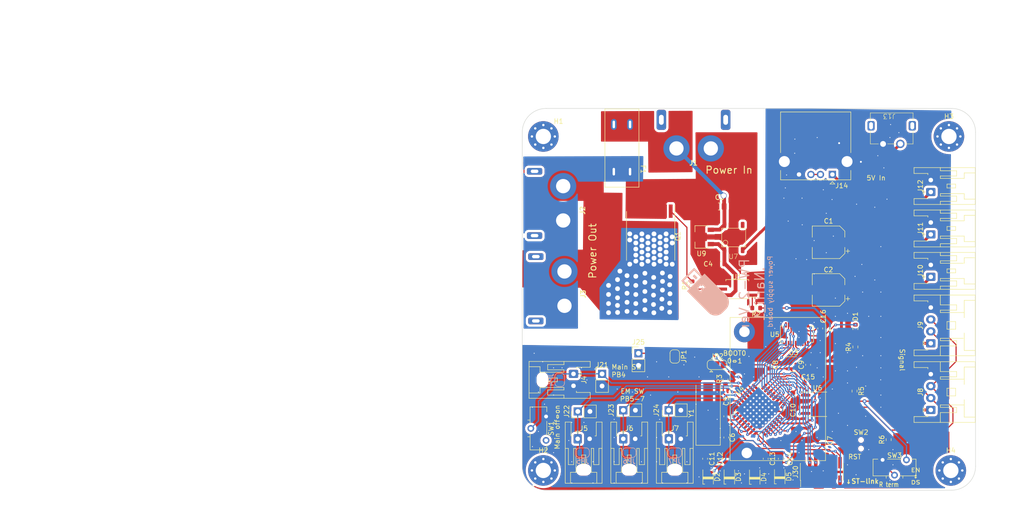
<source format=kicad_pcb>
(kicad_pcb (version 20221018) (generator pcbnew)
  (layers (0 "F.Cu" signal) (31 "B.Cu" signal) (34 "B.Paste" user) (35 "F.Paste" user) (36 "B.SilkS" user "B.Silkscreen") (37 "F.SilkS" user "F.Silkscreen") (38 "B.Mask" user) (39 "F.Mask" user) (44 "Edge.Cuts" user))
  (net 0 "")
  (net 1 "GND")
  (net 2 "+5V")
  (net 3 "+BATT")
  (net 4 "+12P")
  (net 5 "/Vout+")
  (net 6 "GNDPWR")
  (net 7 "/Vout-")
  (net 8 "/main_breaker_gate")
  (net 9 "/NRST")
  (net 10 "+3V3")
  (net 11 "/NeoPixel")
  (net 12 "/SWDIO")
  (net 13 "/SWCLK")
  (net 14 "/VCP_RX")
  (net 15 "/VCP_TX")
  (net 16 "/CANH")
  (net 17 "/CANL")
  (net 18 "Net-(Q1-G)")
  (net 19 "/IM920_IO1")
  (net 20 "/IM920_IO2")
  (net 21 "/IM920_IO6")
  (net 22 "/IM920_IO7")
  (net 23 "/IM920_IO5")
  (net 24 "/IM920_IO3")
  (net 25 "/IM920_IO4")
  (net 26 "/IM920_IO8")
  (net 27 "/disable_remote_kill")
  (net 28 "/IM920_IO10")
  (net 29 "/CAN_RX")
  (net 30 "/CAN_TX")
  (net 31 "/SW_IN1")
  (net 32 "/SW_IN2")
  (net 33 "/SW_IN3")
  (net 34 "/SW_IN4")
  (net 35 "Net-(U4-PF0)")
  (net 36 "Net-(U4-PF1)")
  (net 37 "/breaker_signal")
  (net 38 "Net-(D1-K)")
  (net 39 "Net-(D1-A)")
  (net 40 "Net-(D3-DOUT)")
  (net 41 "Net-(D4-DOUT)")
  (net 42 "/IM920_RESET")
  (net 43 "Net-(J14-D+)")
  (net 45 "Net-(D2-DOUT)")
  (net 50 "Net-(JP2-C)")
  (net 51 "Net-(R2-Pad1)")
  (net 53 "Net-(U4-BOOT0)")
  (net 54 "Net-(SW3-B)")
  (net 56 "Net-(U6-Rs)")
  (footprint "MountingHole:MountingHole_3.2mm_M3_Pad_Via" (layer "F.Cu") (at 229.302944 157.402944)
    (fp_text reference "H4")
    (fp_text value "MountingHole")
  )
  (footprint "Narii設計:XT60" (layer "F.Cu") (at 175.37 93.46)
    (fp_text reference "J1")
    (fp_text value "XT60")
  )
  (footprint "Package_TO_SOT_SMD:SOT-89-3" (layer "F.Cu") (at 177.038 108.458 180)
    (fp_text reference "U9")
    (fp_text value "L78L33_SOT89")
  )
  (footprint "Button_Switch_additional:IS-1245T-G" (layer "F.Cu") (at 217.5 156.78)
    (fp_text reference "SW3")
    (fp_text value "SW_SPDT")
  )
  (footprint "Connector_JST:JST_XA_S04B-XASK-1_1x04_P2.50mm_Horizontal" (layer "F.Cu") (at 225.1 144.72 90)
    (fp_text reference "J8")
    (fp_text value "Conn_01x04_Female")
  )
  (footprint "Capacitor_SMD:C_0603_1608Metric" (layer "F.Cu") (at 201.93 127.635 90)
    (fp_text reference "C16")
    (fp_text value "100n")
  )
  (footprint "Jumper:SolderJumper-3_P1.3mm_Bridged12_RoundedPad1.0x1.5mm" (layer "F.Cu") (at 180.3 135.255)
    (fp_text reference "JP2")
    (fp_text value "SolderJumper_3_Bridged12")
  )
  (footprint "Button_Switch_additional:IS-1245T-G" (layer "F.Cu") (at 142.875 148.59 -90)
    (fp_text reference "SW1")
    (fp_text value "SW_SPDT")
  )
  (footprint "Resistor_SMD:R_0603_1608Metric" (layer "F.Cu") (at 182.07 138.46 -90)
    (fp_text reference "R3")
    (fp_text value "10k")
  )
  (footprint "Connector_PinHeader_2.54mm:PinHeader_1x02_P2.54mm_Vertical" (layer "F.Cu") (at 156.21 137.16)
    (fp_text reference "J21")
    (fp_text value "Conn_01x02_Male")
  )
  (footprint "Connector_JST:JST_XA_S02B-XASK-1_1x02_P2.50mm_Horizontal" (layer "F.Cu") (at 225.1 116.82 90)
    (fp_text reference "J10")
    (fp_text value "Conn_01x02_Female")
  )
  (footprint "Connector_JST:JST_XA_S02B-XASK-1_1x02_P2.50mm_Horizontal" (layer "F.Cu") (at 170.2 150.77)
    (fp_text reference "J7")
    (fp_text value "Conn_01x02_Female")
  )
  (footprint "Resistor_SMD:R_0603_1608Metric" (layer "F.Cu") (at 209.3 127.675 90)
    (fp_text reference "D1")
    (fp_text value "LED")
  )
  (footprint "LED_additional:LED_2020Metric_WS2812C_2.0x2.0mm_P1.0mm" (layer "F.Cu") (at 178.435 158.75 -90)
    (fp_text reference "D2")
    (fp_text value "WS2812C")
  )
  (footprint "Resistor_SMD:R_0603_1608Metric" (layer "F.Cu") (at 175.09 118.595 -90)
    (fp_text reference "R1")
    (fp_text value "10")
  )
  (footprint "ナリナリ設計:USB_C PowerOnly" (layer "F.Cu") (at 216.38 81.8975 180)
    (fp_text reference "J13")
    (fp_text value "USB_C PowerOnly" hide)
  )
  (footprint "Capacitor_SMD:C_0603_1608Metric" (layer "F.Cu") (at 196.215 141.885 90)
    (fp_text reference "C10")
    (fp_text value "100n")
  )
  (footprint "Resistor_SMD:R_0603_1608Metric" (layer "F.Cu") (at 216.27 150.94 90)
    (fp_text reference "R6")
    (fp_text value "120")
  )
  (footprint "Capacitor_SMD:C_0603_1608Metric" (layer "F.Cu") (at 199.39 135.255 90)
    (fp_text reference "C9")
    (fp_text value "1u")
  )
  (footprint "LED_additional:LED_2020Metric_WS2812C_2.0x2.0mm_P1.0mm" (layer "F.Cu") (at 188.2 158.79 -90)
    (fp_text reference "D4")
    (fp_text value "WS2812C")
  )
  (footprint "Connector_JST:JST_XA_S02B-XASK-1_1x02_P2.50mm_Horizontal" (layer "F.Cu") (at 225.1 107.93 90)
    (fp_text reference "J11")
    (fp_text value "Conn_01x02_Female")
  )
  (footprint "Package_SO_additional:SO-6_5pin_4.4x3.6mm_P1.27mm" (layer "F.Cu") (at 184.55 119.39 180)
    (fp_text reference "U1")
    (fp_text value "TLP152")
  )
  (footprint "Capacitor_SMD:C_0603_1608Metric" (layer "F.Cu") (at 177.8 154.94 -90)
    (fp_text reference "C11")
    (fp_text value "100n")
  )
  (footprint "Capacitor_SMD:C_0603_1608Metric" (layer "F.Cu") (at 181.11 114.13)
    (fp_text reference "C4")
    (fp_text value "100n")
  )
  (footprint "MountingHole:MountingHole_3.2mm_M3_Pad_Via" (layer "F.Cu") (at 143.902944 157.397056)
    (fp_text reference "H2")
    (fp_text value "MountingHole")
  )
  (footprint "Package_SO:SOIC-8_3.9x4.9mm_P1.27mm" (layer "F.Cu") (at 201.36 143.53)
    (fp_text reference "U6")
    (fp_text value "MCP2551-I-SN")
  )
  (footprint "Crystal:Crystal_SMD_HC49-SD" (layer "F.Cu") (at 178.435 145.415 90)
    (fp_text reference "Y1")
    (fp_text value "16MHz")
  )
  (footprint "Resistor_SMD:R_0603_1608Metric" (layer "F.Cu") (at 188.515 123.36)
    (fp_text reference "R2")
    (fp_text value "330")
  )
  (footprint "Connector_JST:JST_XA_S02B-XASK-1_1x02_P2.50mm_Horizontal" (layer "F.Cu") (at 151.1 150.77)
    (fp_text reference "J5")
    (fp_text value "Conn_01x02_Female")
  )
  (footprint "Connector_PinHeader_2.54mm:PinHeader_1x02_P2.54mm_Vertical" (layer "F.Cu") (at 160.65 144.78 90)
    (fp_text reference "J23")
    (fp_text value "Conn_01x02_Male")
  )
  (footprint "Capacitor_SMD:C_0603_1608Metric" (layer "F.Cu") (at 191.135 135.255 -90)
    (fp_text reference "C8")
    (fp_text value "1u")
  )
  (footprint "MountingHole:MountingHole_3.2mm_M3_Pad_Via" (layer "F.Cu") (at 228.902944 87.4)
    (fp_text reference "H3")
    (fp_text value "MountingHole")
  )
  (footprint "Capacitor_SMD:C_0603_1608Metric" (layer "F.Cu") (at 182.245 150.495 90)
    (fp_text reference "C6")
    (fp_text value "22p")
  )
  (footprint "Capacitor_SMD:C_0603_1608Metric" (layer "F.Cu") (at 199.39 139.065 180)
    (fp_text reference "C15")
    (fp_text value "100n")
  )
  (footprint "Capacitor_SMD:C_0603_1608Metric" (layer "F.Cu") (at 182.245 146.05 -90)
    (fp_text reference "C5")
    (fp_text value "22p")
  )
  (footprint "Connector_JST:JST_XA_S02B-XASK-1_1x02_P2.50mm_Horizontal" (layer "F.Cu") (at 225.1 99.04 90)
    (fp_text reference "J12")
    (fp_text value "Conn_01x02_Female")
  )
  (footprint "Package_TO_SOT_SMD:Infineon_PG-HSOF-8-1" (layer "F.Cu") (at 166.39 108.31 -90)
    (fp_text reference "Q1")
    (fp_text value "IPT007N06N")
  )
  (footprint "Connector_JST:JST_XA_S02B-XASK-1_1x02_P2.50mm_Horizontal" (layer "F.Cu") (at 150.22 137.16 -90)
    (fp_text reference "J4")
    (fp_text value "Conn_01x02_Female")
  )
  (footprint "Connector_PinHeader_2.54mm:PinHeader_1x02_P2.54mm_Vertical" (layer "F.Cu") (at 170.175 144.78 90)
    (fp_text reference "J24")
    (fp_text value "Conn_01x02_Male")
  )
  (footprint "Connector_USB:USB_A_CONNFLY_DS1095-WNR0" (layer "F.Cu") (at 204.48 95.3675 180)
    (fp_text reference "J14")
    (fp_text value "USB_A")
  )
  (footprint "LED_additional:LED_2020Metric_WS2812C_2.0x2.0mm_P1.0mm" (layer "F.Cu") (at 182.88 158.75 -90)
    (fp_text reference "D3")
    (fp_text value "WS2812C")
  )
  (footprint "Capacitor_SMD:C_0603_1608Metric" (layer "F.Cu") (at 202.565 151.13 -90)
    (fp_text reference "C7")
    (fp_text value "100n")
  )
  (footprint "Narii設計:XT60" (layer "F.Cu") (at 151.79 104.99 90)
    (fp_text reference "J2")
    (fp_text value "XT60")
  )
  (footprint "Capacitor_SMD:CP_Elec_6.3x7.7" (layer "F.Cu") (at 203.67 109.58 180)
    (fp_text reference "C1")
    (fp_text value "33u")
  )
  (footprint "ナリナリ設計:S-1142DC0I-E6T1U" (layer "F.Cu") (at 183.69 112.6275)
    (fp_text reference "U7")
    (fp_text value "S-1142DC0l-E6T1U")
  )
  (footprint "Package_QFP:LQFP-32_7x7mm_P0.8mm" (layer "F.Cu") (at 189.23 144.78 45)
    (fp_text reference "U4")
    (fp_text value "STM32F303K8Tx")
  )
  (footprint "LED_additional:LED_2020Metric_WS2812C_2.0x2.0mm_P1.0mm" (layer "F.Cu") (at 193.44 158.7 -90)
    (fp_text reference "D5")
    (fp_text value "WS2812C")
  )
  (footprint "Connector_JST:JST_XA_S02B-XASK-1_1x02_P2.50mm_Horizontal" (layer "F.Cu") (at 160.65 150.77)
    (fp_text reference "J6")
    (fp_text value "Conn_01x02_Female")
  )
  (footprint "Jumper:SolderJumper-2_P1.3mm_Open_RoundedPad1.0x1.5mm" (layer "F.Cu") (at 171.45 133.51 -90)
    (fp_text reference "JP1")
    (fp_text value "SolderJumper_2_Open")
  )
  (footprint "Narii設計:XT60" (layer "F.Cu") (at 152.06 122.87 90)
    (fp_text reference "J3")
    (fp_text value "XT60")
  )
  (footprint "Connector_PinHeader_1.27mm:PinHeader_2x07_P1.27mm_Vertical_SMD" (layer "F.Cu") (at 202.26 157.71 90)
    (fp_text reference "J30")
    (fp_text value "Conn_02x07_Odd_Even")
  )
  (footprint "Connector_JST:JST_XA_S04B-XASK-1_1x04_P2.50mm_Horizontal" (layer "F.Cu") (at 225.1 130.75 90)
    (fp_text reference "J9")
    (fp_text value "Conn_01x04_Female")
  )
  (footprint "Fuse_additional:Fuseholder_Keystone_3568" (layer "F.Cu") (at 160.37 89.83 -90)
    (fp_text reference "F1")
    (fp_text value "Fuse")
  )
  (footprint "Package_TO_SOT_SMD:SOT-23" (layer "F.Cu") (at 196.342 135.128)
    (fp_text reference "U3")
    (fp_text value "MCP1700-3302E_SOT23")
  )
  (footprint "Capacitor_SMD:C_0603_1608Metric" (layer "F.Cu") (at 182.245 154.94 -90)
    (fp_text reference "C12")
    (fp_text value "100n")
  )
  (footprint "Resistor_SMD:R_0603_1608Metric" (layer "F.Cu") (at 209.12 140.765 -90)
    (fp_text reference "R5")
    (fp_text value "10k")
  )
  (footprint "Capacitor_SMD:C_0603_1608Metric" (layer "F.Cu") (at 190.5 154.94 -90)
    (fp_text reference "C13")
    (fp_text value "100n")
  )
  (footprint "Resistor_SMD:R_0603_1608Metric" (layer "F.Cu") (at 209.3 131.515 90)
    (fp_text reference "R4")
    (fp_text value "10k")
  )
  (footprint "Button_Switch_additional:TVAF06-A020B-R" (layer "F.Cu") (at 210.48 151.91 90)
    (fp_text reference "SW2")
    (fp_text value "SW_Push")
  )
  (footprint "Capacitor_SMD:C_0805_2012Metric" (layer "F.Cu") (at 180.84 102.07 180)
    (fp_text reference "C3")
    (fp_text value "330n")
  )
  (footprint "Capacitor_SMD:C_0603_1608Metric" (layer "F.Cu") (at 193.675 154.94 -90)
    (fp_text reference "C14")
    (fp_text value "100n")
  )
  (footprint "Connector_PinHeader_2.54mm:PinHeader_1x02_P2.54mm_Vertical" (layer "F.Cu") (at 151.125 145.034 90)
    (fp_text reference "J22")
    (fp_text value "Conn_01x02_Male")
  )
  (footprint "interplan:IM920s" (layer "F.Cu") (at 193.04 140.335 180)
    (fp_text reference "U5")
    (fp_text value "IM920s")
  )
  (footprint "MountingHole:MountingHole_3.2mm_M3_Pad_Via" (layer "F.Cu") (at 143.902944 87.402944)
    (fp_text reference "H1")
    (fp_text value "MountingHole")
  )
  (footprint "Connector_PinHeader_2.54mm:PinHeader_1x02_P2.54mm_Vertical" (layer "F.Cu") (at 163.83 132.837)
    (fp_text reference "J25")
    (fp_text value "Conn_01x02_Male")
  )
  (footprint "Capacitor_SMD:CP_Elec_6.3x7.7" (layer "F.Cu") (at 203.67 119.57 180)
    (fp_text reference "C2")
    (fp_text value "33u")
  )
  (footprint "Jumper:SolderJumper-2_P1.3mm_Open_RoundedPad1.0x1.5mm" (layer "B.Cu") (at 171.45 153.67)
    (fp_text reference "JP7")
    (fp_text value "SolderJumper_2_Open")
  )
  (footprint "ロゴ用:ロゴ用USBメモリイラスト" (layer "B.Cu") (at 177.794 119.93 -90)
    (fp_text reference "G***")
    (fp_text value "LOGO" hide)
  )
  (footprint "Jumper:SolderJumper-2_P1.3mm_Open_RoundedPad1.0x1.5mm" (layer "B.Cu") (at 147.32 138.41 -90)
    (fp_text reference "JP4")
    (fp_text value "SolderJumper_2_Open")
  )
  (footprint "Jumper:SolderJumper-2_P1.3mm_Open_RoundedPad1.0x1.5mm" (layer "B.Cu") (at 161.9 153.67)
    (fp_text reference "JP6")
    (fp_text value "SolderJumper_2_Open")
  )
  (footprint "Jumper:SolderJumper-2_P1.3mm_Open_RoundedPad1.0x1.5mm" (layer "B.Cu") (at 152.146 153.67)
    (fp_text reference "JP5")
    (fp_text value "SolderJumper_2_Open")
  )
  (gr_arc (start 234.48 156.53) (mid 233.015534 160.065534) (end 229.48 161.53) (stroke (width 0.1)) (layer "Edge.Cuts"))
  (gr_arc (start 139.48 86.53) (mid 140.944466 82.994466) (end 144.48 81.53) (stroke (width 0.1)) (layer "Edge.Cuts"))
  (gr_arc (start 144.48 161.53) (mid 140.944466 160.065534) (end 139.48 156.53) (stroke (width 0.1)) (layer "Edge.Cuts"))
  (gr_line (start 144.48 161.53) (end 229.48 161.53) (stroke (width 0.1)) (layer "Edge.Cuts"))
  (gr_arc (start 229.48 81.53) (mid 233.015534 82.994466) (end 234.48 86.53) (stroke (width 0.1)) (layer "Edge.Cuts"))
  (gr_line (start 229.48 81.53) (end 144.48 81.53) (stroke (width 0.1)) (layer "Edge.Cuts"))
  (gr_line (start 234.48 156.53) (end 234.48 86.53) (stroke (width 0.1)) (layer "Edge.Cuts"))
  (gr_line (start 139.48 86.53) (end 139.48 156.53) (stroke (width 0.1)) (layer "Edge.Cuts"))
  (gr_text "Power supply board" (at 191.45 119.92 90) (layer "B.SilkS") (effects (font (size 1 1)) (justify mirror)))
  (gr_text "PW-2_Ver\n.Narii_1" (at 187.644 120.43 90) (layer "B.SilkS") (effects (font (size 2 2) (thickness 0.25)) (justify mirror)))
  (gr_text "EN\n↕\nDS" (at 221.93 158.62) (layer "F.SilkS") (effects (font (size 0.8 1))))
  (gr_text "Main off⇔on" (at 146.812 148.336 90) (layer "F.SilkS") (effects (font (size 1 1))))
  (gr_text "Power In" (at 182.81 94.43) (layer "F.SilkS") (effects (font (size 1.5 1.5) (thickness 0.2))))
  (gr_text "RST" (at 209.17 154.54) (layer "F.SilkS") (effects (font (size 1 1))))
  (gr_text "↓ST-link" (at 207.12 160.25) (layer "F.SilkS") (effects (font (size 1 1) (thickness 0.2) bold) (justify left bottom)))
  (gr_text "EM SW\nPB5-7" (at 162.56 141.605) (layer "F.SilkS") (effects (font (size 1 1))))
  (gr_text "Main SW\nPB4" (at 158.115 136.525) (layer "F.SilkS") (effects (font (size 1 1)) (justify left)))
  (gr_text "R term" (at 216.32 160.35) (layer "F.SilkS") (effects (font (size 1 0.8))))
  (gr_text "→" (at 203.48 127.02 -90) (layer "F.SilkS") (effects (font (size 1 1) (thickness 0.2) bold) (justify left bottom)))
  (gr_text "BOOT0\n0⇔1" (at 183.99 133.64) (layer "F.SilkS") (effects (font (size 1 1))))
  (gr_text "5V In" (at 211.56 96.69) (layer "F.SilkS") (effects (font (size 1 1)) (justify left bottom)))
  (gr_text "Signal" (at 218.53 131.81 -90) (layer "F.SilkS") (effects (font (size 1 1)) (justify left bottom)))
  (gr_text "Power Out" (at 154.23 111.4 90) (layer "F.SilkS") (effects (font (size 1.5 1.5) (thickness 0.2))))
  (segment (start 198.79 130.785) (end 198.79 131.93) (width 0.25) (layer "F.Cu") (net 1))
  (segment (start 199.575 132.715) (end 200.025 132.715) (width 0.25) (layer "F.Cu") (net 1))
  (segment (start 198.79 131.93) (end 199.575 132.715) (width 0.25) (layer "F.Cu") (net 1))
  (via (at 154.686 136.144) (size 0.6) (drill 0.2) (layers "F.Cu" "B.Cu") (net 1))
  (via (at 202.565 157.48) (size 0.6) (drill 0.2) (layers "F.Cu" "B.Cu") (net 1))
  (via (at 149.86 147.32) (size 0.6) (drill 0.2) (layers "F.Cu" "B.Cu") (net 1))
  (via (at 207.645 136.525) (size 0.6) (drill 0.2) (layers "F.Cu" "B.Cu") (net 1))
  (via (at 201.295 150.495) (size 0.6) (drill 0.2) (layers "F.Cu" "B.Cu") (net 1))
  (via (at 201.93 132.715) (size 0.6) (drill 0.2) (layers "F.Cu" "B.Cu") (net 1))
  (via (at 189.23 156.845) (size 0.6) (drill 0.2) (layers "F.Cu" "B.Cu") (net 1))
  (via (at 187.96 146.05) (size 0.8) (drill 0.4) (layers "F.Cu" "B.Cu") (net 1))
  (via (at 209.53 135.78) (size 0.6) (drill 0.2) (layers "F.Cu" "B.Cu") (net 1))
  (via (at 201.93 142.24) (size 0.6) (drill 0.2) (layers "F.Cu" "B.Cu") (net 1))
  (via (at 205.105 125.095) (size 0.6) (drill 0.2) (layers "F.Cu" "B.Cu") (net 1))
  (via (at 214.63 129.54) (size 0.6) (drill 0.2) (layers "F.Cu" "B.Cu") (net 1))
  (via (at 200.025 132.715) (size 0.6) (drill 0.2) (layers "F.Cu" "B.Cu") (net 1))
  (via (at 211.455 139.7) (size 0.6) (drill 0.2) (layers "F.Cu" "B.Cu") (net 1))
  (via (at 216.535 87.63) (size 0.6) (drill 0.2) (layers "F.Cu" "B.Cu") (net 1))
  (via (at 143.764 134.62) (size 0.6) (drill 0.2) (layers "F.Cu" "B.Cu") (net 1))
  (via (at 209.55 101.6) (size 0.6) (drill 0.2) (layers "F.Cu" "B.Cu") (net 1))
  (via (at 186.055 137.16) (size 0.6) (drill 0.2) (layers "F.Cu" "B.Cu") (net 1))
  (via (at 152.4 147.32) (size 0.6) (drill 0.2) (layers "F.Cu" "B.Cu") (net 1))
  (via (at 196.61 87.96) (size 0.6) (drill 0.2) (layers "F.Cu" "B.Cu") (net 1))
  (via (at 201.93 130.175) (size 0.6) (drill 0.2) (layers "F.Cu" "B.Cu") (net 1))
  (via (at 179.07 156.845) (size 0.6) (drill 0.2) (layers "F.Cu" "B.Cu") (net 1))
  (via (at 202.565 137.795) (size 0.6) (drill 0.2) (layers "F.Cu" "B.Cu") (net 1))
  (via (at 205.105 121.285) (size 0.6) (drill 0.2) (layers "F.Cu" "B.Cu") (net 1))
  (via (at 142.875 149.225) (size 0.6) (drill 0.2) (layers "F.Cu" "B.Cu") (net 1))
  (via (at 194.31 156.845) (size 0.6) (drill 0.2) (layers "F.Cu" "B.Cu") (net 1))
  (via (at 186.055 145.415) (size 0.8) (drill 0.4) (layers "F.Cu" "B.Cu") (net 1))
  (via (at 189.23 147.32) (size 0.8) (drill 0.4) (layers "F.Cu" "B.Cu") (net 1))
  (via (at 213.36 117.475) (size 0.6) (drill 0.2) (layers "F.Cu" "B.Cu") (net 1))
  (via (at 191.77 146.05) (size 0.8) (drill 0.4) (layers "F.Cu" "B.Cu") (net 1))
  (via (at 151.892 135.89) (size 0.6) (drill 0.2) (layers "F.Cu" "B.Cu") (net 1))
  (via (at 171.45 147.955) (size 0.6) (drill 0.2) (layers "F.Cu" "B.Cu") (net 1))
  (via (at 198.12 100.33) (size 0.6) (drill 0.2) (layers "F.Cu" "B.Cu") (net 1))
  (via (at 200.66 126.365) (size 0.6) (drill 0.2) (layers "F.Cu" "B.Cu") (net 1))
  (via (at 180.34 146.685) (size 0.6) (drill 0.2) (layers "F.Cu" "B.Cu") (net 1))
  (via (at 167.64 134.62) (size 0.6) (drill 0.2) (layers "F.Cu" "B.Cu") (net 1))
  (via (at 144.145 143.51) (size 0.6) (drill 0.2) (layers "F.Cu" "B.Cu") (net 1))
  (via (at 170.18 137.795) (size 0.6) (drill 0.2) (layers "F.Cu" "B.Cu") (net 1))
  (via (at 192.405 145.415) (size 0.8) (drill 0.4) (layers "F.Cu" "B.Cu") (net 1))
  (via (at 188.595 147.955) (size 0.8) (drill 0.4) (layers "F.Cu" "B.Cu") (net 1))
  (via (at 192.278 114.3) (size 0.6) (drill 0.2) (layers "F.Cu" "B.Cu") (net 1))
  (via (at 189.23 143.51) (size 0.8) (drill 0.4) (layers "F.Cu" "B.Cu") (net 1))
  (via (at 154.305 160.02) (size 0.6) (drill 0.2) (layers "F.Cu" "B.Cu") (net 1))
  (via (at 202.58 98.57) (size 0.6) (drill 0.2) (layers "F.Cu" "B.Cu") (net 1))
  (via (at 153.035 138.43) (size 0.6) (drill 0.2) (layers "F.Cu" "B.Cu") (net 1))
  (via (at 195.22 105.14) (size 0.6) (drill 0.2) (layers "F.Cu" "B.Cu") (net 1))
  (via (at 158.75 160.02) (size 0.6) (drill 0.2) (layers "F.Cu" "B.Cu") (net 1))
  (via (at 196.215 159.385) (size 0.6) (drill 0.2) (layers "F.Cu" "B.Cu") (net 1))
  (via (at 175.895 140.97) (size 0.6) (drill 0.2) (layers "F.Cu" "B.Cu") (net 1))
  (via (at 187.96 143.51) (size 0.8) (drill 0.4) (layers "F.Cu" "B.Cu") (net 1))
  (via (at 194.88 95.47) (size 0.6) (drill 0.2) (layers "F.Cu" "B.Cu") (net 1))
  (via (at 173.99 160.02) (size 0.6) (drill 0.2) (layers "F.Cu" "B.Cu") (net 1))
  (via (at 165.735 137.795) (size 0.6) (drill 0.2) (layers "F.Cu" "B.Cu") (net 1))
  (via (at 164.465 160.02) (size 0.6) (drill 0.2) (layers "F.Cu" "B.Cu") (net 1))
  (via (at 186.69 143.51) (size 0.8) (drill 0.4) (layers "F.Cu" "B.Cu") (net 1))
  (via (at 180.975 159.385) (size 0.6) (drill 0.2) (layers "F.Cu" "B.Cu") (net 1))
  (via (at 218.41 86.6) (size 0.6) (drill 0.2) (layers "F.Cu" "B.Cu") (net 1))
  (via (at 160.655 137.795) (size 0.6) (drill 0.2) (layers "F.Cu" "B.Cu") (net 1))
  (via (at 201.295 135.89) (size 0.6) (drill 0.2) (layers "F.Cu" "B.Cu") (net 1))
  (via (at 196.58 90.92) (size 0.6) (drill 0.2) (layers "F.Cu" "B.Cu") (net 1))
  (via (at 188.595 142.875) (size 0.8) (drill 0.4) (layers "F.Cu" "B.Cu") (net 1))
  (via (at 190.5 144.78) (size 0.8) (drill 0.4) (layers "F.Cu" "B.Cu") (net 1))
  (via (at 200.1 157.62) (size 0.6) (drill 0.2) (layers "F.Cu" "B.Cu") (net 1))
  (via (at 168.91 160.02) (size 0.6) (drill 0.2) (layers "F.Cu" "B.Cu") (net 1))
  (via (at 186.69 146.05) (size 0.8) (drill 0.4) (layers "F.Cu" "B.Cu") (net 1))
  (via (at 205.105 130.81) (size 0.6) (drill 0.2) (layers "F.Cu" "B.Cu") (net 1))
  (via (at 190.5 147.32) (size 0.8) (drill 0.4) (layers "F.Cu" "B.Cu") (net 1))
  (via (at 142.875 140.97) (size 0.6) (drill 0.2) (layers "F.Cu" "B.Cu") (net 1))
  (via (at 204.68 108.29) (size 0.6) (drill 0.2) (layers "F.Cu" "B.Cu") (net 1))
  (via (at 175.62 133.65) (size 0.6) (drill 0.2) (layers "F.Cu" "B.Cu") (net 1))
  (via (at 189.23 146.05) (size 0.8) (drill 0.4) (layers "F.Cu" "B.Cu") (net 1))
  (via (at 187.96 147.32) (size 0.8) (drill 0.4) (layers "F.Cu" "B.Cu") (net 1))
  (via (at 149.86 155.575) (size 0.6) (drill 0.2) (layers "F.Cu" "B.Cu") (net 1))
  (via (at 173.355 135.255) (size 0.6) (drill 0.2) (layers "F.Cu" "B.Cu") (net 1))
  (via (at 198.16 105.91) (size 0.6) (drill 0.2) (layers "F.Cu" "B.Cu") (net 1))
  (via (at 209.23 116.72) (size 0.6) (drill 0.2) (layers "F.Cu" "B.Cu") (net 1))
  (via (at 207.645 156.21) (size 0.6) (drill 0.2) (layers "F.Cu" "B.Cu") (net 1))
  (via (at 191.135 158.115) (size 0.6) (drill 0.2) (layers "F.Cu" "B.Cu") (net 1))
  (via (at 189.865 144.145) (size 0.8) (drill 0.4) (layers "F.Cu" "B.Cu") (net 1))
  (via (at 158.75 150.495) (size 0.6) (drill 0.2) (layers "F.Cu" "B.Cu") (net 1))
  (via (at 141.986 132.842) (size 0.6) (drill 0.2) (layers "F.Cu" "B.Cu") (net 1))
  (via (at 166.37 141.605) (size 0.6) (drill 0.2) (layers "F.Cu" "B.Cu") (net 1))
  (via (at 213.995 91.44) (size 0.6) (drill 0.2) (layers "F.Cu" "B.Cu") (net 1))
  (via (at 210.65 114.22) (size 0.6) (drill 0.2) (layers "F.Cu" "B.Cu") (net 1))
  (via (at 214.63 110.49) (size 0.6) (drill 0.2) (layers "F.Cu" "B.Cu") (net 1))
  (via (at 210.82 120.015) (size 0.6) (drill 0.2) (layers "F.Cu" "B.Cu") (net 1))
  (via (at 189.865 146.685) (size 0.8) (drill 0.4) (layers "F.Cu" "B.Cu") (net 1))
  (via (at 189.865 147.955) (size 0.8) (drill 0.4) (layers "F.Cu" "B.Cu") (net 1))
  (via (at 207.645 147.955) (size 0.6) (drill 0.2) (layers "F.Cu" "B.Cu") (net 1))
  (via (at 184.785 157.48) (size 0.6) (drill 0.2) (layers "F.Cu" "B.Cu") (net 1))
  (via (at 192.405 154.305) (size 0.6) (drill 0.2) (layers "F.Cu" "B.Cu") (net 1))
  (via (at 187.96 142.24) (size 0.8) (drill 0.4) (layers "F.Cu" "B.Cu") (net 1))
  (via (at 196.85 149.225) (size 0.6) (drill 0.2) (layers "F.Cu" "B.Cu") (net 1))
  (via (at 186.055 158.115) (size 0.6) (drill 0.2) (layers "F.Cu" "B.Cu") (net 1))
  (via (at 191.135 145.415) (size 0.8) (drill 0.4) (layers "F.Cu" "B.Cu") (net 1))
  (via (at 187.96 144.78) (size 0.8) (drill 0.4) (layers "F.Cu" "B.Cu") (net 1))
  (via (at 188.595 144.145) (size 0.8) (drill 0.4) (layers "F.Cu" "B.Cu") (net 1))
  (via (at 214.63 144.145) (size 0.6) (drill 0.2) (layers "F.Cu" "B.Cu") (net 1))
  (via (at 201.295 139.7) (size 0.6) (drill 0.2) (layers "F.Cu" "B.Cu") (net 1))
  (via (at 191.135 146.685) (size 0.8) (drill 0.4) (layers "F.Cu" "B.Cu") (net 1))
  (via (at 187.325 145.415) (size 0.8) (drill 0.4) (layers "F.Cu" "B.Cu") (net 1))
  (via (at 205.105 136.525) (size 0.6) (drill 0.2) (layers "F.Cu" "B.Cu") (net 1))
  (via (at 189.865 145.415) (size 0.8) (drill 0.4) (layers "F.Cu" "B.Cu") (net 1))
  (via (at 209.45 158.29) (size 0.6) (drill 0.2) (layers "F.Cu" "B.Cu") (net 1))
  (via (at 175.895 143.51) (size 0.6) (drill 0.2) (layers "F.Cu" "B.Cu") (net 1))
  (via (at 187.96 137.795) (size 0.6) (drill 0.2) (layers "F.Cu" "B.Cu") (net 1))
  (via (at 186.99 133.49) (size 0.6) (drill 0.2) (layers "F.Cu" "B.Cu") (net 1))
  (via (at 176.53 137.795) (size 0.6) (drill 0.2) (layers "F.Cu" "B.Cu") (net 1))
  (via (at 207.645 132.715) (size 0.6) (drill 0.2) (layers "F.Cu" "B.Cu") (net 1))
  (via (at 199.09 113.2) (size 0.6) (drill 0.2) (layers "F.Cu" "B.Cu") (net 1))
  (via (at 167.64 150.495) (size 0.6) (drill 0.2) (layers "F.Cu" "B.Cu") (net 1))
  (via (at 187.325 144.145) (size 0.8) (drill 0.4) (layers "F.Cu" "B.Cu") (net 1))
  (via (at 189.865 142.875) (size 0.8) (drill 0.4) (layers "F.Cu" "B.Cu") (net 1))
  (via (at 149.86 160.02) (size 0.6) (drill 0.2) (layers "F.Cu" "B.Cu") (net 1))
  (via (at 164.465 155.575) (size 0.6) (drill 0.2) (layers "F.Cu" "B.Cu") (net 1))
  (via (at 205.89 88.8) (size 0.8) (drill 0.4) (layers "F.Cu" "B.Cu") (net 1))
  (via (at 180.975 150.495) (size 0.6) (drill 0.2) (layers "F.Cu" "B.Cu") (net 1))
  (via (at 203.2 103.505) (size 0.6) (drill 0.2) (layers "F.Cu" "B.Cu") (net 1))
  (via (at 217.17 153.035) (size 0.6) (drill 0.2) (layers "F.Cu" "B.Cu") (net 1))
  (via (at 214.63 135.89) (size 0.6) (drill 0.2) (layers "F.Cu" "B.Cu") (net 1))
  (via (at 193.675 151.13) (size 0.6) (drill 0.2) (layers "F.Cu" "B.Cu") (net 1))
  (via (at 161.925 147.955) (size 0.6) (drill 0.2) (layers "F.Cu" "B.Cu") (net 1))
  (via (at 193.675 126.365) (size 0.6) (drill 0.2) (layers "F.Cu" "B.Cu") (net 1))
  (via (at 190.5 142.24) (size 0.8) (drill 0.4) (layers "F.Cu" "B.Cu") (net 1))
  (via (at 216.535 159.512) (size 0.6) (drill 0.2) (layers "F.Cu" "B.Cu") (net 1))
  (via (at 146.05 135.89) (size 0.6) (drill 0.2) (layers "F.Cu" "B.Cu") (net 1))
  (via (at 158.75 146.685) (size 0.6) (drill 0.2) (layers "F.Cu" "B.Cu") (net 1))
  (via (at 190.5 143.51) (size 0.8) (drill 0.4) (layers "F.Cu" "B.Cu") (net 1))
  (via (at 200.66 109.22) (size 0.6) (drill 0.2) (layers "F.Cu" "B.Cu") (net 1))
  (via (at 167.64 155.575) (size 0.6) (drill 0.2) (layers "F.Cu" "B.Cu") (net 1))
  (via (at 190.5 160.02) (size 0.6) (drill 0.2) (layers "F.Cu" "B.Cu") (net 1))
  (via (at 162.56 140.97) (size 0.6) (drill 0.2) (layers "F.Cu" "B.Cu") (net 1))
  (via (at 220.21 151.52) (size 0.6) (drill 0.2) (layers "F.Cu" "B.Cu") (net 1))
  (via (at 176.53 158.75) (size 0.6) (drill 0.2) (layers "F.Cu" "B.Cu") (net 1))
  (via (at 204.47 149.225) (size 0.6) (drill 0.2) (layers "F.Cu" "B.Cu") (net 1))
  (via (at 213.36 102.235) (size 0.6) (drill 0.2) (layers "F.Cu" "B.Cu") (net 1))
  (via (at 207.645 139.065) (size 0.6) (drill 0.2) (layers "F.Cu" "B.Cu") (net 1))
  (via (at 216.68 84.91) (size 0.6) (drill 0.2) (layers "F.Cu" "B.Cu") (net 1))
  (via (at 180.975 148.59) (size 0.6) (drill 0.2) (layers "F.Cu" "B.Cu") (net 1))
  (via (at 186.055 144.145) (size 0.8) (drill 0.4) (layers "F.Cu" "B.Cu") (net 1))
  (via (at 197.485 136.525) (size 0.6) (drill 0.2) (layers "F.Cu" "B.Cu") (net 1))
  (via (at 214.63 133.35) (size 0.6) (drill 0.2) (layers "F.Cu" "B.Cu") (net 1))
  (via (at 190.5 131.445) (size 0.6) (drill 0.2) (layers "F.Cu" "B.Cu") (net 1))
  (via (at 207.645 124.46) (size 0.6) (drill 0.2) (layers "F.Cu" "B.Cu") (net 1))
  (via (at 200.66 116.205) (size 0.6) (drill 0.2) (layers "F.Cu" "B.Cu") (net 1))
  (via (at 192.405 144.145) (size 0.8) (drill 0.4) (layers "F.Cu" "B.Cu") (net 1))
  (via (at 159.385 140.335) (size 0.6) (drill 0.2) (layers "F.Cu" "B.Cu") (net 1))
  (via (at 191.135 144.145) (size 0.8) (drill 0.4) (layers "F.Cu" "B.Cu") (net 1))
  (via (at 141.605 152.4) (size 0.6) (drill 0.2) (layers "F.Cu" "B.Cu") (net 1))
  (via (at 168.275 146.685) (size 0.6) (drill 0.2) (layers "F.Cu" "B.Cu") (net 1))
  (via (at 191.135 142.875) (size 0.8) (drill 0.4) (layers "F.Cu" "B.Cu") (net 1))
  (via (at 188.595 141.605) (size 0.8) (drill 0.4) (layers "F.Cu" "B.Cu") (net 1))
  (via (at 189.865 141.605) (size 0.8) (drill 0.4) (layers "F.Cu" "B.Cu") (net 1))
  (via (at 215.92 100.55) (size 0.6) (drill 0.2) (layers "F.Cu" "B.Cu") (net 1))
  (via (at 204.41 100.62) (size 0.6) (drill 0.2) (layers "F.Cu" "B.Cu") (net 1))
  (via (at 196.85 113.03) (size 0.6) (drill 0.2) (layers "F.Cu" "B.Cu") (net 1))
  (via (at 217.17 156.21) (size 0.6) (drill 0.2) (layers "F.Cu" "B.Cu") (net 1))
  (via (at 180.34 140.97) (size 0.6) (drill 0.2) (layers "F.Cu" "B.Cu") (net 1))
  (via (at 187.325 142.875) (size 0.8) (drill 0.4) (layers "F.Cu" "B.Cu") (net 1))
  (via (at 214.63 141.605) (size 0.6) (drill 0.2) (layers "F.Cu" "B.Cu") (net 1))
  (via (at 190.5 146.05) (size 0.8) (drill 0.4) (layers "F.Cu" "B.Cu") (net 1))
  (via (at 186.69 144.78) (size 0.8) (drill 0.4) (layers "F.Cu" "B.Cu") (net 1))
  (via (at 182.88 147.955) (size 0.6) (drill 0.2) (layers "F.Cu" "B.Cu") (net 1))
  (via (at 158.75 155.575) (size 0.6) (drill 0.2) (layers "F.Cu" "B.Cu") (net 1))
  (via (at 189.23 144.78) (size 0.8) (drill 0.4) (layers "F.Cu" "B.Cu") (net 1))
  (via (at 180.975 157.48) (size 0.6) (drill 0.2) (layers "F.Cu" "B.Cu") (net 1))
  (via (at 190.84 120.52) (size 0.6) (drill 0.2) (layers "F.Cu" "B.Cu") (net 1))
  (via (at 172.085 140.97) (size 0.6) (drill 0.2) (layers "F.Cu" "B.Cu") (net 1))
  (via (at 191.77 144.78) (size 0.8) (drill 0.4) (layers "F.Cu" "B.Cu") (net 1))
  (via (at 197.485 153.67) (size 0.6) (drill 0.2) (layers "F.Cu" "B.Cu") (net 1))
  (via (at 188.595 145.415) (size 0.8) (drill 0.4) (layers "F.Cu" "B.Cu") (net 1))
  (via (at 188.595 146.685) (size 0.8) (drill 0.4) (layers "F.Cu" "B.Cu") (net 1))
  (via (at 215.265 93.98) (size 0.6) (drill 0.2) (layers "F.Cu" "B.Cu") (net 1))
  (via (at 197.485 129.54) (size 0.6) (drill 0.2) (layers "F.Cu" "B.Cu") (net 1))
  (via (at 210.82 133.35) (size 0.6) (drill 0.2) (layers "F.Cu" "B.Cu") (net 1))
  (via (at 146.05 141.605) (size 0.6) (drill 0.2) (layers "F.Cu" "B.Cu") (net 1))
  (via (at 173.99 155.575) (size 0.6) (drill 0.2) (layers "F.Cu" "B.Cu") (net 1))
  (via (at 185.42 160.02) (size 0.6) (drill 0.2) (layers "F.Cu" "B.Cu") (net 1))
  (via (at 191.77 143.51) (size 0.8) (drill 0.4) (layers "F.Cu" "B.Cu") (net 1))
  (via (at 214.63 120.015) (size 0.6) (drill 0.2) (layers "F.Cu" "B.Cu") (net 1))
  (via (at 201.295 87.63) (size 0.6) (drill 0.2) (layers "F.Cu" "B.Cu") (net 1))
  (via (at 204.47 140.335) (size 0.6) (drill 0.2) (layers "F.Cu" "B.Cu") (net 1))
  (via (at 212.09 153.035) (size 0.6) (drill 0.2) (layers "F.Cu" "B.Cu") (net 1))
  (via (at 178.435 144.78) (size 0.6) (drill 0.2) (layers "F.Cu" "B.Cu") (net 1))
  (via (at 194.62 98.18) (size 0.6) (drill 0.2) (layers "F.Cu" "B.Cu") (net 1))
  (via (at 194.31 100.33) (size 0.6) (drill 0.2) (layers "F.Cu" "B.Cu") (net 1))
  (via (at 149.225 151.13) (size 0.6) (drill 0.2) (layers "F.Cu" "B.Cu") (net 1))
  (via (at 212.09 125.095) (size 0.6) (drill 0.2) (layers "F.Cu" "B.Cu") (net 1))
  (via (at 211.455 146.05) (size 0.6) (drill 0.2) (layers "F.Cu" "B.Cu") (net 1))
  (via (at 203.2 111.76) (size 0.6) (drill 0.2) (layers "F.Cu" "B.Cu") (net 1))
  (via (at 187.325 146.685) (size 0.8) (drill 0.4) (layers "F.Cu" "B.Cu") (net 1))
  (via (at 205.74 145.415) (size 0.6) (drill 0.2) (layers "F.Cu" "B.Cu") (net 1))
  (via (at 190.76 124.92) (size 0.6) (drill 0.2) (layers "F.Cu" "B.Cu") (net 1))
  (via (at 180.34 154.305) (size 0.6) (drill 0.2) (layers "F.Cu" "B.Cu") (net 1))
  (via (at 192.405 127.635) (size 0.6) (drill 0.2) (layers "F.Cu" "B.Cu") (net 1))
  (via (at 154.305 155.575) (size 0.6) (drill 0.2) (layers "F.Cu" "B.Cu") (net 1))
  (via (at 198.12 151.13) (size 0.6) (drill 0.2) (layers "F.Cu" "B.Cu") (net 1))
  (via (at 189.23 142.24) (size 0.8) (drill 0.4) (layers "F.Cu" "B.Cu") (net 1))
  (via (at 147.828 135.89) (size 0.6) (drill 0.2) (layers "F.Cu" "B.Cu") (net 1))
  (via (at 141.605 144.145) (size 0.6) (drill 0.2) (layers "F.Cu" "B.Cu") (net 1))
  (via (at 210.45 92.72) (size 0.8) (drill 0.4) (layers "F.Cu" "B.Cu") (net 1))
  (via (at 214.6 138.400001) (size 0.6) (drill 0.2) (layers "F.Cu" "B.Cu") (net 1))
  (via (at 146.05 153.67) (size 0.6) (drill 0.2) (layers "F.Cu" "B.Cu") (net 1))
  (via (at 214.63 125.095) (size 0.6) (drill 0.2) (layers "F.Cu" "B.Cu") (net 1))
  (via (at 197.485 128.27) (size 0.6) (drill 0.2) (layers "F.Cu" "B.Cu") (net 1))
  (via (at 181.61 143.51) (size 0.6) (drill 0.2) (layers "F.Cu" "B.Cu") (net 1))
  (segment (start 199.644 149.606) (end 198.628 149.606) (width 0.25) (layer "F.Cu") (net 2))
  (segment (start 218.13 123.82) (end 218.13 114.87) (width 0.6) (layer "F.Cu") (net 2))
  (segment (start 189.4455 107.442) (end 189.484 107.442) (width 0.6) (layer "F.Cu") (net 2))
  (segment (start 203.66 134.48) (end 199.39 134.48) (width 0.6) (layer "F.Cu") (net 2))
  (segment (start 225.1 116.85) (end 218.13 123.82) (width 0.6) (layer "F.Cu") (net 2))
  (segment (start 199.39 134.48) (end 197.9275 134.48) (width 0.6) (layer "F.Cu") (net 2))
  (segment (start 222.051371 144.72) (end 211.811371 134.48) (width 0.6) (layer "F.Cu") (net 2))
  (segment (start 200.914 148.336) (end 199.644 149.606) (width 0.25) (layer "F.Cu") (net 2))
  (segment (start 192.94 156.45) (end 193.675 155.715) (width 0.25) (layer "F.Cu") (net 2))
  (segment (start 217.08 134.48) (end 211.76 134.48) (width 0.6) (layer "F.Cu") (net 2))
  (segment (start 206.37 116.38) (end 206.37 109.58) (width 0.6) (layer "F.Cu") (net 2))
  (segment (start 194.805 155.715) (end 193.675 155.715) (width 0.25) (layer "F.Cu") (net 2))
  (segment (start 188.2225 156.4725) (end 183.5825 156.4725) (width 0.25) (layer "F.Cu") (net 2))
  (segment (start 187.62 157.675) (end 187.62 157.075) (width 0.25) (layer "F.Cu") (net 2))
  (segment (start 177.8 155.715) (end 177.8 157.7) (width 0.25) (layer "F.Cu") (net 2))
  (segment (start 221.46 102.68) (end 225.1 99.04) (width 0.6) (layer "F.Cu") (net 2))
  (segment (start 218.13 133.43) (end 217.08 134.48) (width 0.6) (layer "F.Cu") (net 2))
  (segment (start 206.375 116.385) (end 206.37 116.38) (width 0.6) (layer "F.Cu") (net 2))
  (segment (start 182.245 156.21) (end 182.245 157.7) (width 0.25) (layer "F.Cu") (net 2))
  (segment (start 220.81 130.75) (end 218.13 133.43) (width 0.6) (layer "F.Cu") (net 2))
  (segment (start 218.16 114.87) (end 218.13 114.87) (width 0.6) (layer "F.Cu") (net 2))
  (segment (start 200.868511 141.318511) (end 198.615 139.065) (width 0.25) (layer "F.Cu") (net 2))
  (segment (start 197.9275 134.48) (end 197.2795 135.128) (width 0.6) (layer "F.Cu") (net 2))
  (segment (start 206.375 131.765) (end 206.375 116.385) (width 0.6) (layer "F.Cu") (net 2))
  (segment (start 200.868511 142.713328) (end 200.868511 141.318511) (width 0.25) (layer "F.Cu") (net 2))
  (segment (start 182.245 157.7) (end 182.38 157.835) (width 0.25) (layer "F.Cu") (net 2))
  (segment (start 225.1 107.93) (end 218.16 114.87) (width 0.6) (layer "F.Cu") (net 2))
  (segment (start 225.1 130.75) (end 220.81 130.75) (width 0.6) (layer "F.Cu") (net 2))
  (segment (start 187.62 157.075) (end 188.2225 156.4725) (width 0.25) (layer "F.Cu") (net 2))
  (segment (start 192.94 157.785) (end 192.94 156.45) (width 0.25) (layer "F.Cu") (net 2))
  (segment (start 225.1 116.82) (end 225.1 116.85) (width 0.6) (layer "F.Cu") (net 2))
  (segment (start 182.245 155.715) (end 177.8 155.715) (width 0.25) (layer "F.Cu") (net 2))
  (segment (start 200.868511 142.713328) (end 199.436839 144.145) (width 0.25) (layer "F.Cu") (net 2))
  (segment (start 204.48 95.3675) (end 206.37 97.2575) (width 0.6) (layer "F.Cu") (net 2))
  (segment (start 188.98 155.715) (end 190.5 155.715) (width 0.25) (layer "F.Cu") (net 2))
  (segment (start 194.221 102.705) (end 204.9725 102.705) (width 0.6) (layer "F.Cu") (net 2))
  (segment (start 189.484 107.442) (end 194.221 102.705) (width 0.6) (layer "F.Cu") (net 2))
  (segment (start 182.245 155.715) (end 182.825 155.715) (width 0.25) (layer "F.Cu") (net 2))
  (segment (start 206.37 97.2575) (end 206.37 98.5525) (width 0.6) (layer "F.Cu") (net 2))
  (segment (start 211.811371 134.48) (end 211.76 134.48) (width 0.6) (layer "F.Cu") (net 2))
  (segment (start 204.9725 102.705) (end 218.72 88.9575) (width 0.6) (layer "F.Cu") (net 2))
  (segment (start 221.45 102.68) (end 221.46 102.68) (width 0.6) (layer "F.Cu") (net 2))
  (segment (start 211.76 134.48) (end 203.66 134.48) (width 0.6) (layer "F.Cu") (net 2))
  (segment (start 198.615 139.065) (end 198.615 136.4635) (width 0.25) (layer "F.Cu") (net 2))
  (segment (start 218.13 133.43) (end 218.13 123.82) (width 0.6) (layer "F.Cu") (net 2))
  (segment (start 190.5 155.715) (end 193.675 155.715) (width 0.25) (layer "F.Cu") (net 2))
  (segment (start 177.8 157.7) (end 177.935 157.835) (width 0.25) (layer "F.Cu") (net 2))
  (segment (start 188.2225 156.4725) (end 188.98 155.715) (width 0.25) (layer "F.Cu") (net 2))
  (segment (start 185.67 111.2175) (end 189.4455 107.442) (width 0.6) (layer "F.Cu") (net 2))
  (segment (start 182.245 155.715) (end 182.245 156.21) (width 0.25) (layer "F.Cu") (net 2))
  (segment (start 198.615 136.4635) (end 197.2795 135.128) (width 0.25) (layer "F.Cu") (net 2))
  (segment (start 206.37 98.5525) (end 206.37 109.58) (width 0.6) (layer "F.Cu") (net 2))
  (segment (start 218.13 114.87) (end 218.13 106) (width 0.6) (layer "F.Cu") (net 2))
  (segment (start 203.66 134.48) (end 206.375 131.765) (width 0.6) (layer "F.Cu") (net 2))
  (segment (start 199.436839 144.145) (end 198.82 144.145) (width 0.25) (layer "F.Cu") (net 2))
  (segment (start 182.825 155.715) (end 183.5825 156.4725) (width 0.25) (layer "F.Cu") (net 2))
  (segment (start 218.13 106) (end 221.45 102.68) (width 0.6) (layer "F.Cu") (net 2))
  (segment (start 225.1 144.72) (end 222.051371 144.72) (width 0.6) (layer "F.Cu") (net 2))
  (via (at 200.868511 142.713328) (size 0.6) (drill 0.2) (layers "F.Cu" "B.Cu") (net 2))
  (via (at 200.914 148.336) (size 0.6) (drill 0.2) (layers "F.Cu" "B.Cu") (net 2))
  (via (at 198.628 149.606) (size 0.6) (drill 0.2) (layers "F.Cu" "B.Cu") (net 2))
  (via (at 194.805 155.715) (size 0.6) (drill 0.2) (layers "F.Cu" "B.Cu") (net 2))
  (segment (start 200.868511 142.713328) (end 200.893001 142.737818) (width 0.25) (layer "B.Cu") (net 2))
  (segment (start 196.342 151.892) (end 198.628 149.606) (width 0.25) (layer "B.Cu") (net 2))
  (segment (start 200.893001 142.737818) (end 200.893001 148.315001) (width 0.25) (layer "B.Cu") (net 2))
  (segment (start 196.342 154.178) (end 196.342 151.892) (width 0.25) (layer "B.Cu") (net 2))
  (segment (start 194.805 155.715) (end 196.342 154.178) (width 0.25) (layer "B.Cu") (net 2))
  (segment (start 200.893001 148.315001) (end 200.914 148.336) (width 0.25) (layer "B.Cu") (net 2))
  (segment (start 181.85 102.13) (end 181.79 102.07) (width 0.8) (layer "F.Cu") (net 3))
  (segment (start 181.79 99.9) (end 181.79 102.07) (width 0.8) (layer "F.Cu") (net 3))
  (segment (start 180.8535 106.934) (end 179.07 106.934) (width 0.8) (layer "F.Cu") (net 3))
  (segment (start 181.7 99.81) (end 181.79 99.9) (width 0.8) (layer "F.Cu") (net 3))
  (segment (start 181.85 105.9375) (end 181.85 102.13) (width 0.8) (layer "F.Cu") (net 3))
  (segment (start 181.85 105.9375) (end 180.8535 106.934) (width 0.8) (layer "F.Cu") (net 3))
  (via (at 181.7 99.81) (size 1.2) (drill 1) (layers "F.Cu" "B.Cu") (net 3))
  (segment (start 181.7 99.81) (end 171.8 89.91) (width 0.8) (layer "B.Cu") (net 3))
  (segment (start 181.85 113.99) (end 181.85 111.2175) (width 0.8) (layer "F.Cu") (net 4))
  (segment (start 178.988 109.958) (end 180.5905 109.958) (width 0.8) (layer "F.Cu") (net 4))
  (segment (start 180.5905 109.958) (end 181.85 111.2175) (width 0.8) (layer "F.Cu") (net 4))
  (segment (start 184.18 116.32) (end 181.85 113.99) (width 0.8) (layer "F.Cu") (net 4))
  (segment (start 183.26 120.66) (end 184.18 119.74) (width 0.8) (layer "F.Cu") (net 4))
  (segment (start 184.18 119.74) (end 184.18 116.32) (width 0.8) (layer "F.Cu") (net 4))
  (segment (start 181.3 120.7) (end 181.34 120.72) (width 0.6) (layer "F.Cu") (net 4))
  (segment (start 181.34 120.72) (end 181.4 120.66) (width 0.6) (layer "F.Cu") (net 4))
  (segment (start 181.4 120.66) (end 183.26 120.66) (width 0.8) (layer "F.Cu") (net 4))
  (via (at 164.55 110.36) (size 1.2) (drill 1) (layers "F.Cu" "B.Cu") (net 7))
  (via (at 169.63 110.36) (size 1.2) (drill 1) (layers "F.Cu" "B.Cu") (net 7))
  (via (at 170.91 114.18) (size 1.2) (drill 1) (layers "F.Cu" "B.Cu") (net 7))
  (via (at 170.9 108.455) (size 1.2) (drill 1) (layers "F.Cu" "B.Cu") (net 7))
  (via (at 165.82 112.265) (size 1.2) (drill 1) (layers "F.Cu" "B.Cu") (net 7))
  (via (at 164.55 111.63) (size 1.2) (drill 1) (layers "F.Cu" "B.Cu") (net 7))
  (via (at 168.36 112.265) (size 1.2) (drill 1) (layers "F.Cu" "B.Cu") (net 7))
  (via (at 165.82 110.995) (size 1.2) (drill 1) (layers "F.Cu" "B.Cu") (net 7))
  (via (at 166.99 120.65) (size 1.2) (drill 1) (layers "F.Cu" "B.Cu") (net 7))
  (via (at 167.09 107.82) (size 1.2) (drill 1) (layers "F.Cu" "B.Cu") (net 7))
  (via (at 163.28 120.52) (size 1.2) (drill 1) (layers "F.Cu" "B.Cu") (net 7))
  (via (at 170.48 116.75) (size 1.2) (drill 1) (layers "F.Cu" "B.Cu") (net 7))
  (via (at 157.565 122.425) (size 1.2) (drill 1) (layers "F.Cu" "B.Cu") (net 7))
  (via (at 170.9 109.725) (size 1.2) (drill 1) (layers "F.Cu" "B.Cu") (net 7))
  (via (at 161.44 116.57) (size 1.2) (drill 1) (layers "F.Cu" "B.Cu") (net 7))
  (via (at 169.63 107.82) (size 1.2) (drill 1) (layers "F.Cu" "B.Cu") (net 7))
  (via (at 161.44 122.155) (size 1.2) (drill 1) (layers "F.Cu" "B.Cu") (net 7))
  (via (at 170.38 122.34) (size 1.2) (drill 1) (layers "F.Cu" "B.Cu") (net 7))
  (via (at 165.82 109.725) (size 1.2) (drill 1) (layers "F.Cu" "B.Cu") (net 7))
  (via (at 164.55 109.09) (size 1.2) (drill 1) (layers "F.Cu" "B.Cu") (net 7))
  (via (at 167.09 109.09) (size 1.2) (drill 1) (layers "F.Cu" "B.Cu") (net 7))
  (via (at 169.63 112.9) (size 1.2) (drill 1) (layers "F.Cu" "B.Cu") (net 7))
  (via (at 159.46 124.28) (size 1.2) (drill 1) (layers "F.Cu" "B.Cu") (net 7))
  (via (at 170.38 124.21) (size 1.2) (drill 1) (layers "F.Cu" "B.Cu") (net 7))
  (via (at 163.28 109.725) (size 1.2) (drill 1) (layers "F.Cu" "B.Cu") (net 7))
  (via (at 167.09 111.63) (size 1.2) (drill 1) (layers "F.Cu" "B.Cu") (net 7))
  (via (at 165.82 108.455) (size 1.2) (drill 1) (layers "F.Cu" "B.Cu") (net 7))
  (via (at 165.185 121.79) (size 1.2) (drill 1) (layers "F.Cu" "B.Cu") (net 7))
  (via (at 166.99 122.62) (size 1.2) (drill 1) (layers "F.Cu" "B.Cu") (net 7))
  (via (at 168.36 108.455) (size 1.2) (drill 1) (layers "F.Cu" "B.Cu") (net 7))
  (via (at 165.82 113.535) (size 1.2) (drill 1) (layers "F.Cu" "B.Cu") (net 7))
  (via (at 164.55 114.17) (size 1.2) (drill 1) (layers "F.Cu" "B.Cu") (net 7))
  (via (at 162.01 114.17) (size 1.2) (drill 1) (layers "F.Cu" "B.Cu") (net 7))
  (via (at 168.36 109.725) (size 1.2) (drill 1) (layers "F.Cu" "B.Cu") (net 7))
  (via (at 165.185 117.98) (size 1.2) (drill 1) (layers "F.Cu" "B.Cu") (net 7))
  (via (at 163.28 124.33) (size 1.2) (drill 1) (layers "F.Cu" "B.Cu") (net 7))
  (via (at 163.28 116.71) (size 1.2) (drill 1) (layers "F.Cu" "B.Cu") (net 7))
  (via (at 159.45 119.305) (size 1.2) (drill 1) (layers "F.Cu" "B.Cu") (net 7))
  (via (at 169.63 111.63) (size 1.2) (drill 1) (layers "F.Cu" "B.Cu") (net 7))
  (via (at 167.09 112.9) (size 1.2) (drill 1) (layers "F.Cu" "B.Cu") (net 7))
  (via (at 168.88 117.77) (size 1.2) (drill 1) (layers "F.Cu" "B.Cu") (net 7))
  (via (at 170.38 118.48) (size 1.2) (drill 1) (layers "F.Cu" "B.Cu") (net 7))
  (via (at 165.185 119.885) (size 1.2) (drill 1) (layers "F.Cu" "B.Cu") (net 7))
  (via (at 167.06 124.35) (size 1.2) (drill 1) (layers "F.Cu" "B.Cu") (net 7))
  (via (at 161.44 120.25) (size 1.2) (drill 1) (layers "F.Cu" "B.Cu") (net 7))
  (via (at 167.09 110.36) (size 1.2) (drill 1) (layers "F.Cu" "B.Cu") (net 7))
  (via (at 163.28 113.535) (size 1.2) (drill 1) (layers "F.Cu" "B.Cu") (net 7))
  (via (at 163.28 108.455) (size 1.2) (drill 1) (layers "F.Cu" "B.Cu") (net 7))
  (via (at 167.09 114.17) (size 1.2) (drill 1) (layers "F.Cu" "B.Cu") (net 7))
  (via (at 159.45 121.21) (size 1.2) (drill 1) (layers "F.Cu" "B.Cu") (net 7))
  (via (at 164.55 112.9) (size 1.2) (drill 1) (layers "F.Cu" "B.Cu") (net 7))
  (via (at 161.44 124.06) (size 1.2) (drill 1) (layers "F.Cu" "B.Cu") (net 7))
  (via (at 163.28 122.425) (size 1.2) (drill 1) (layers "F.Cu" "B.Cu") (net 7))
  (via (at 162.01 107.82) (size 1.2) (drill 1) (layers "F.Cu" "B.Cu") (net 7))
  (via (at 170.45 120.38) (size 1.2) (drill 1) (layers "F.Cu" "B.Cu") (net 7))
  (via (at 169.63 109.09) (size 1.2) (drill 1) (layers "F.Cu" "B.Cu") (net 7))
  (via (at 162.01 109.09) (size 1.2) (drill 1) (layers "F.Cu" "B.Cu") (net 7))
  (via (at 157.565 118.615) (size 1.2) (drill 1) (layers "F.Cu" "B.Cu") (net 7))
  (via (at 163.28 118.615) (size 1.2) (drill 1) (layers "F.Cu" "B.Cu") (net 7))
  (via (at 161.44 118.345) (size 1.2) (drill 1) (layers "F.Cu" "B.Cu") (net 7))
  (via (at 168.36 113.535) (size 1.2) (drill 1) (layers "F.Cu" "B.Cu") (net 7))
  (via (at 168.86 119.6) (size 1.2) (drill 1) (layers "F.Cu" "B.Cu") (net 7))
  (via (at 165.185 116.075) (size 1.2) (drill 1) (layers "F.Cu" "B.Cu") (net 7))
  (via (at 169.63 114.17) (size 1.2) (drill 1) (layers "F.Cu" "B.Cu") (net 7))
  (via (at 168.855 116.02) (size 1.2) (drill 1) (layers "F.Cu" "B.Cu") (net 7))
  (via (at 168.36 110.995) (size 1.2) (drill 1) (layers "F.Cu" "B.Cu") (net 7))
  (via (at 163.28 110.995) (size 1.2) (drill 1) (layers "F.Cu" "B.Cu") (net 7))
  (via (at 159.45 117.4) (size 1.2) (drill 1) (layers "F.Cu" "B.Cu") (net 7))
  (via (at 167.02 116.95) (size 1.2) (drill 1) (layers "F.Cu" "B.Cu") (net 7))
  (via (at 159.95 115.62) (size 1.2) (drill 1) (layers "F.Cu" "B.Cu") (net 7))
  (via (at 157.565 124.33) (size 1.2) (drill 1) (layers "F.Cu" "B.Cu") (net 7))
  (via (at 165.185 123.695) (size 1.2) (drill 1) (layers "F.Cu" "B.Cu") (net 7))
  (via (at 163.28 112.265) (size 1.2) (drill 1) (layers "F.Cu" "B.Cu") (net 7))
  (via (at 166.99 118.85) (size 1.2) (drill 1) (layers "F.Cu" "B.Cu") (net 7))
  (via (at 164.55 107.82) (size 1.2) (drill 1) (layers "F.Cu" "B.Cu") (net 7))
  (via (at 159.44 122.81) (size 1.2) (drill 1) (layers "F.Cu" "B.Cu") (net 7))
  (via (at 157.565 120.52) (size 1.2) (drill 1) (layers "F.Cu" "B.Cu") (net 7))
  (via (at 168.75 121.5) (size 1.2) (drill 1) (layers "F.Cu" "B.Cu") (net 7))
  (via (at 168.72 123.43) (size 1.2) (drill 1) (layers "F.Cu" "B.Cu") (net 7))
  (segment (start 181.4 119.39) (end 181.39 119.4) (width 0.25) (layer "F.Cu") (net 8))
  (segment (start 181.39 119.4) (end 175.11 119.4) (width 0.25) (layer "F.Cu") (net 8))
  (segment (start 175.11 119.4) (end 175.1 119.39) (width 0.25) (layer "F.Cu") (net 8))
  (segment (start 189.50032 152.791499) (end 195.076678 152.791499) (width 0.25) (layer "F.Cu") (net 9))
  (segment (start 195.076678 152.791499) (end 195.320179 153.035) (width 0.25) (layer "F.Cu") (net 9))
  (segment (start 201.435 153.035) (end 201.34 153.035) (width 0.25) (layer "F.Cu") (net 9))
  (segment (start 204.91 154.11) (end 204.9 154.12) (width 0.25) (layer "F.Cu") (net 9))
  (segment (start 187.843499 151.134678) (end 189.50032 152.791499) (width 0.25) (layer "F.Cu") (net 9))
  (segment (start 201.34 153.035) (end 203.835 153.035) (width 0.25) (layer "F.Cu") (net 9))
  (segment (start 185.994986 147.449328) (end 184.795499 148.648815) (width 0.25) (layer "F.Cu") (net 9))
  (segment (start 195.320179 153.035) (end 201.34 153.035) (width 0.25) (layer "F.Cu") (net 9))
  (segment (start 208.245 151.9) (end 202.57 151.9) (width 0.25) (layer "F.Cu") (net 9))
  (segment (start 204.9 154.12) (end 204.9 155.55) (width 0.25) (layer "F.Cu") (net 9))
  (segment (start 208.255 151.91) (end 208.245 151.9) (width 0.25) (layer "F.Cu") (net 9))
  (segment (start 184.795499 148.648815) (end 184.795499 149.483678) (width 0.25) (layer "F.Cu") (net 9))
  (segment (start 184.795499 149.483678) (end 186.446499 151.134678) (width 0.25) (layer "F.Cu") (net 9))
  (segment (start 202.565 151.905) (end 201.435 153.035) (width 0.25) (layer "F.Cu") (net 9))
  (segment (start 186.446499 151.134678) (end 187.843499 151.134678) (width 0.25) (layer "F.Cu") (net 9))
  (segment (start 203.835 153.035) (end 204.91 154.11) (width 0.25) (layer "F.Cu") (net 9))
  (segment (start 202.57 151.9) (end 202.565 151.905) (width 0.25) (layer "F.Cu") (net 9))
  (segment (start 200.844 127.946) (end 200.5225 128.2675) (width 0.25) (layer "F.Cu") (net 10))
  (segment (start 196.215 141.11) (end 197.01452 140.31048) (width 0.25) (layer "F.Cu") (net 10))
  (segment (start 195.4045 136.078) (end 191.183 136.078) (width 0.25) (layer "F.Cu") (net 10))
  (segment (start 196.215 141.351) (end 194.576234 142.989766) (width 0.25) (layer "F.Cu") (net 10))
  (segment (start 200.5225 128.2675) (end 200.5225 128.298241) (width 0.25) (layer "F.Cu") (net 10))
  (segment (start 199.384419 128.132501) (end 200.657499 128.132501) (width 0.25) (layer "F.Cu") (net 10))
  (segment (start 195.541977 136.078) (end 195.4045 136.078) (width 0.25) (layer "F.Cu") (net 10))
  (segment (start 198.79 126.885) (end 198.79 127.538082) (width 0.25) (layer "F.Cu") (net 10))
  (segment (start 198.79 127.538082) (end 199.384419 128.132501) (width 0.25) (layer "F.Cu") (net 10))
  (segment (start 200.657499 128.132501) (end 200.844 127.946) (width 0.25) (layer "F.Cu") (net 10))
  (segment (start 196.215 141.11) (end 196.215 141.351) (width 0.25) (layer "F.Cu") (net 10))
  (segment (start 197.01452 140.31048) (end 197.01452 137.550543) (width 0.25) (layer "F.Cu") (net 10))
  (segment (start 188.976 150.876) (end 190.246 152.146) (width 0.25) (layer "F.Cu") (net 10))
  (segment (start 194.576234 142.989766) (end 194.576234 143.074688) (width 0.25) (layer "F.Cu") (net 10))
  (segment (start 191.135 136.03) (end 190.36 135.255) (width 0.25) (layer "F.Cu") (net 10))
  (segment (start 194.576234 143.074688) (end 194.069606 143.581316) (width 0.25) (layer "F.Cu") (net 10))
  (segment (start 194.069606 143.581316) (end 194.069606 143.900192) (width 0.25) (layer "F.Cu") (net 10))
  (segment (start 191.183 136.078) (end 191.135 136.03) (width 0.25) (layer "F.Cu") (net 10))
  (segment (start 190.246 152.146) (end 190.246 152.166999) (width 0.25) (layer "F.Cu") (net 10))
  (segment (start 197.01452 137.550543) (end 195.541977 136.078) (width 0.25) (layer "F.Cu") (net 10))
  (segment (start 199.82 158.81) (end 199.82 159.11) (width 0.25) (layer "F.Cu") (net 10))
  (segment (start 200.844 127.946) (end 201.93 126.86) (width 0.25) (layer "F.Cu") (net 10))
  (segment (start 194.96 154.3) (end 194.96 154.49) (width 0.25) (layer "F.Cu") (net 10))
  (segment (start 198.605 158.135) (end 199.145 158.135) (width 0.25) (layer "F.Cu") (net 10))
  (segment (start 199.145 158.135) (end 199.82 158.81) (width 0.25) (layer "F.Cu") (net 10))
  (segment (start 190.36 135.255) (end 181.6 135.255) (width 0.25) (layer "F.Cu") (net 10))
  (segment (start 194.96 154.49) (end 198.605 158.135) (width 0.25) (layer "F.Cu") (net 10))
  (via (at 190.246 152.166999) (size 0.6) (drill 0.2) (layers "F.Cu" "B.Cu") (net 10))
  (via (at 184.29793 145.752272) (size 0.6) (drill 0.2) (layers "F.Cu" "B.Cu") (net 10))
  (via (at 186.69 147.955) (size 0.6) (drill 0.2) (layers "F.Cu" "B.Cu") (net 10))
  (via (at 200.5225 128.298241) (size 0.6) (drill 0.2) (layers "F.Cu" "B.Cu") (net 10))
  (via (at 188.976 150.876) (size 0.6) (drill 0.2) (layers "F.Cu" "B.Cu") (net 10))
  (via (at 195.326 136.144) (size 0.6) (drill 0.2) (layers "F.Cu" "B.Cu") (net 10))
  (via (at 194.96 154.3) (size 0.6) (drill 0.2) (layers "F.Cu" "B.Cu") (net 10))
  (via (at 194.069606 143.900192) (size 0.6) (drill 0.2) (layers "F.Cu" "B.Cu") (net 10))
  (segment (start 191.495001 153.416) (end 190.246 152.166999) (width 0.25) (layer "B.Cu") (net 10))
  (segment (start 194.069606 144.89269) (end 194.069606 143.900192) (width 0.25) (layer "B.Cu") (net 10))
  (segment (start 184.487272 145.752272) (end 184.29793 145.752272) (width 0.25) (layer "B.Cu") (net 10))
  (segment (start 194.96 154.3) (end 194.076 153.416) (width 0.25) (layer "B.Cu") (net 10))
  (segment (start 188.976 150.876) (end 188.976 149.986296) (width 0.25) (layer "B.Cu") (net 10))
  (segment (start 188.976 149.986296) (end 189.737296 149.225) (width 0.25) (layer "B.Cu") (net 10))
  (segment (start 195.4045 135.5575) (end 200.5225 130.4395) (width 0.25) (layer "B.Cu") (net 10))
  (segment (start 186.69 147.955) (end 184.487272 145.752272) (width 0.25) (layer "B.Cu") (net 10))
  (segment (start 195.4045 136.078) (end 195.4045 135.5575) (width 0.25) (layer "B.Cu") (net 10))
  (segment (start 194.076 153.416) (end 191.495001 153.416) (width 0.25) (layer "B.Cu") (net 10))
  (segment (start 186.69 147.955) (end 187.96 149.225) (width 0.25) (layer "B.Cu") (net 10))
  (segment (start 187.96 149.225) (end 189.737296 149.225) (width 0.25) (layer "B.Cu") (net 10))
  (segment (start 200.5225 130.4395) (end 200.5225 128.298241) (width 0.25) (layer "B.Cu") (net 10))
  (segment (start 189.737296 149.225) (end 194.069606 144.89269) (width 0.25) (layer "B.Cu") (net 10))
  (segment (start 193.561957 146.317957) (end 193.548 146.304) (width 0.25) (layer "F.Cu") (net 11))
  (segment (start 178.935 157.835) (end 179.35 157.835) (width 0.25) (layer "F.Cu") (net 11))
  (segment (start 179.35 157.835) (end 179.705 157.48) (width 0.25) (layer "F.Cu") (net 11))
  (segment (start 193.596384 146.317957) (end 193.561957 146.317957) (width 0.25) (layer "F.Cu") (net 11))
  (via (at 193.548 146.304) (size 0.6) (drill 0.2) (layers "F.Cu" "B.Cu") (net 11))
  (via (at 179.705 157.48) (size 0.6) (drill 0.2) (layers "F.Cu" "B.Cu") (net 11))
  (segment (start 188.600821 151.892) (end 189.484 151.892) (width 0.25) (layer "B.Cu") (net 11))
  (segment (start 187.838821 151.13) (end 188.600821 151.892) (width 0.25) (layer "B.Cu") (net 11))
  (segment (start 185.166 151.13) (end 187.838821 151.13) (width 0.25) (layer "B.Cu") (net 11))
  (segment (start 189.992 149.606) (end 193.294 146.304) (width 0.25) (layer "B.Cu") (net 11))
  (segment (start 189.992 151.384) (end 189.992 149.606) (width 0.25) (layer "B.Cu") (net 11))
  (segment (start 193.294 146.304) (end 193.548 146.304) (width 0.25) (layer "B.Cu") (net 11))
  (segment (start 179.705 157.48) (end 182.118 155.067) (width 0.25) (layer "B.Cu") (net 11))
  (segment (start 189.484 151.892) (end 189.992 151.384) (width 0.25) (layer "B.Cu") (net 11))
  (segment (start 182.118 155.067) (end 182.118 154.178) (width 0.25) (layer "B.Cu") (net 11))
  (segment (start 182.118 154.178) (end 185.166 151.13) (width 0.25) (layer "B.Cu") (net 11))
  (segment (start 190.767957 140.413616) (end 192.947562 138.234011) (width 0.25) (layer "F.Cu") (net 12))
  (segment (start 195.013995 138.234011) (end 195.072002 138.176004) (width 0.25) (layer "F.Cu") (net 12))
  (segment (start 192.947562 138.234011) (end 195.013995 138.234011) (width 0.25) (layer "F.Cu") (net 12))
  (via (at 195.072002 138.176004) (size 0.6) (drill 0.2) (layers "F.Cu" "B.Cu") (net 12))
  (via (at 199.72 155.76) (size 0.6) (drill 0.2) (layers "F.Cu" "B.Cu") (net 12))
  (segment (start 198.374 147.579117) (end 198.374 140.081704) (width 0.25) (layer "B.Cu") (net 12))
  (segment (start 199.39 148.595117) (end 198.374 147.579117) (width 0.25) (layer "B.Cu") (net 12))
  (segment (start 196.4683 138.176004) (end 195.072002 138.176004) (width 0.25) (layer "B.Cu") (net 12))
  (segment (start 199.72 155.76) (end 199.39 155.43) (width 0.25) (layer "B.Cu") (net 12))
  (segment (start 199.39 155.43) (end 199.39 148.595117) (width 0.25) (layer "B.Cu") (net 12))
  (segment (start 198.374 140.081704) (end 196.4683 138.176004) (width 0.25) (layer "B.Cu") (net 12))
  (segment (start 194.813242 137.539937) (end 196.092759 137.539937) (width 0.25) (layer "F.Cu") (net 13))
  (segment (start 194.568678 137.784501) (end 194.813242 137.539937) (width 0.25) (layer "F.Cu") (net 13))
  (segment (start 192.265701 137.784501) (end 194.568678 137.784501) (width 0.25) (layer "F.Cu") (net 13))
  (segment (start 190.202272 139.84793) (end 192.265701 137.784501) (width 0.25) (layer "F.Cu") (net 13))
  (via (at 200.99 155.76) (size 0.6) (drill 0.2) (layers "F.Cu" "B.Cu") (net 13))
  (via (at 196.092759 137.539937) (size 0.6) (drill 0.2) (layers "F.Cu" "B.Cu") (net 13))
  (segment (start 199.83951 148.408923) (end 198.882 147.451413) (width 0.25) (layer "B.Cu") (net 13))
  (segment (start 196.162332 137.60951) (end 196.092759 137.539937) (width 0.25) (layer "B.Cu") (net 13))
  (segment (start 198.882 147.451413) (end 198.882 139.954) (width 0.25) (layer "B.Cu") (net 13))
  (segment (start 199.83951 154.60951) (end 199.83951 148.408923) (width 0.25) (layer "B.Cu") (net 13))
  (segment (start 200.99 155.76) (end 199.83951 154.60951) (width 0.25) (layer "B.Cu") (net 13))
  (segment (start 196.53751 137.60951) (end 196.162332 137.60951) (width 0.25) (layer "B.Cu") (net 13))
  (segment (start 198.882 139.954) (end 196.53751 137.60951) (width 0.25) (layer "B.Cu") (net 13))
  (segment (start 190.945658 137.16) (end 194.31 137.16) (width 0.25) (layer "F.Cu") (net 14))
  (segment (start 188.257728 139.84793) (end 190.945658 137.16) (width 0.25) (layer "F.Cu") (net 14))
  (via (at 194.31 137.16) (size 0.6) (drill 0.2) (layers "F.Cu" "B.Cu") (net 14))
  (via (at 206.07 159.66) (size 0.6) (drill 0.2) (layers "F.Cu" "B.Cu") (net 14))
  (segment (start 199.39 147.32) (end 199.39 139.7) (width 0.25) (layer "B.Cu") (net 14))
  (segment (start 206.17 153.54) (end 204.268 151.638) (width 0.25) (layer "B.Cu") (net 14))
  (segment (start 196.596 136.906) (end 195.834 136.906) (width 0.25) (layer "B.Cu") (net 14))
  (segment (start 195.834 136.906) (end 195.58 137.16) (width 0.25) (layer "B.Cu") (net 14))
  (segment (start 200.289499 150.759499) (end 200.289499 148.219499) (width 0.25) (layer "B.Cu") (net 14))
  (segment (start 206.17 159.56) (end 206.17 153.54) (width 0.25) (layer "B.Cu") (net 14))
  (segment (start 204.268 151.638) (end 201.168 151.638) (width 0.25) (layer "B.Cu") (net 14))
  (segment (start 206.07 159.66) (end 206.17 159.56) (width 0.25) (layer "B.Cu") (net 14))
  (segment (start 199.39 139.7) (end 196.596 136.906) (width 0.25) (layer "B.Cu") (net 14))
  (segment (start 201.168 151.638) (end 200.289499 150.759499) (width 0.25) (layer "B.Cu") (net 14))
  (segment (start 195.58 137.16) (end 194.31 137.16) (width 0.25) (layer "B.Cu") (net 14))
  (segment (start 200.289499 148.219499) (end 199.39 147.32) (width 0.25) (layer "B.Cu") (net 14))
  (segment (start 188.695249 149.71207) (end 188.257728 149.71207) (width 0.25) (layer "F.Cu") (net 15))
  (segment (start 200.67 152.2835) (end 191.266679 152.2835) (width 0.25) (layer "F.Cu") (net 15))
  (segment (start 191.266679 152.2835) (end 188.695249 149.71207) (width 0.25) (layer "F.Cu") (net 15))
  (segment (start 206.07 154.323884) (end 206.07 155.76) (width 0.25) (layer "F.Cu") (net 15))
  (segment (start 205.113058 153.366942) (end 206.07 154.323884) (width 0.25) (layer "F.Cu") (net 15))
  (via (at 205.113058 153.366942) (size 0.6) (drill 0.2) (layers "F.Cu" "B.Cu") (net 15))
  (via (at 200.67 152.2835) (size 0.6) (drill 0.2) (layers "F.Cu" "B.Cu") (net 15))
  (segment (start 203.531942 153.366942) (end 202.4485 152.2835) (width 0.25) (layer "B.Cu") (net 15))
  (segment (start 202.4485 152.2835) (end 200.67 152.2835) (width 0.25) (layer "B.Cu") (net 15))
  (segment (start 205.113058 153.366942) (end 203.531942 153.366942) (width 0.25) (layer "B.Cu") (net 15))
  (segment (start 225.07 142.25) (end 225.1 142.22) (width 0.25) (layer "F.Cu") (net 16))
  (segment (start 221.88 136.77) (end 223.39 135.26) (width 0.25) (layer "F.Cu") (net 16))
  (segment (start 206.955884 142.882) (end 206.948884 142.875) (width 0.25) (layer "F.Cu") (net 16))
  (segment (start 214.712 142.882) (end 219.74 147.91) (width 0.25) (layer "F.Cu") (net 16))
  (segment (start 225.1 142.22) (end 221.88 139) (width 0.25) (layer "F.Cu") (net 16))
  (segment (start 226.63 147.91) (end 227.98 146.56) (width 0.25) (layer "F.Cu") (net 16))
  (segment (start 227.98 146.56) (end 227.98 145.1) (width 0.25) (layer "F.Cu") (net 16))
  (segment (start 219.74 147.91) (end 226.63 147.91) (width 0.25) (layer "F.Cu") (net 16))
  (segment (start 211.208 142.882) (end 214.712 142.882) (width 0.25) (layer "F.Cu") (net 16))
  (segment (start 221.88 139) (end 221.88 136.77) (width 0.25) (layer "F.Cu") (net 16))
  (segment (start 226.11 135.26) (end 228.33 133.04) (width 0.25) (layer "F.Cu") (net 16))
  (segment (start 227.98 145.1) (end 225.1 142.22) (width 0.25) (layer "F.Cu") (net 16))
  (segment (start 211.208 142.882) (end 206.955884 142.882) (width 0.25) (layer "F.Cu") (net 16))
  (segment (start 223.39 135.26) (end 226.11 135.26) (width 0.25) (layer "F.Cu") (net 16))
  (segment (start 206.424116 142.882) (end 203.777 142.882) (width 0.25) (layer "F.Cu") (net 16))
  (segment (start 206.431116 142.875) (end 206.424116 142.882) (width 0.25) (layer "F.Cu") (net 16))
  (segment (start 228.33 133.04) (end 228.33 131.48) (width 0.25) (layer "F.Cu") (net 16))
  (segment (start 203.777 142.882) (end 203.77 142.875) (width 0.25) (layer "F.Cu") (net 16))
  (segment (start 228.33 131.48) (end 225.1 128.25) (width 0.25) (layer "F.Cu") (net 16))
  (segment (start 206.948884 142.875) (end 206.431116 142.875) (width 0.25) (layer "F.Cu") (net 16))
  (via (at 211.208 142.882) (size 0.8) (drill 0.4) (layers "F.Cu" "B.Cu") (net 16))
  (segment (start 211.208 143.401884) (end 211.208 142.882) (width 0.25) (layer "B.Cu") (net 16))
  (segment (start 220.01 153.64) (end 220 153.65) (width 0.25) (layer "B.Cu") (net 16))
  (segment (start 220.01 153.64) (end 220.01 152.203884) (width 0.25) (layer "B.Cu") (net 16))
  (segment (start 220 153.65) (end 220 155.18) (width 0.25) (layer "B.Cu") (net 16))
  (segment (start 220.01 152.203884) (end 211.208 143.401884) (width 0.25) (layer "B.Cu") (net 16))
  (segment (start 206.883 144.907) (end 206.872 144.907) (width 0.25) (layer "F.Cu") (net 17))
  (segment (start 225.225 139.72) (end 230.4 134.545) (width 0.25) (layer "F.Cu") (net 17))
  (segment (start 229.74 147.43) (end 229.74 144.36) (width 0.25) (layer "F.Cu") (net 17))
  (segment (start 203.77 144.145) (end 203.79 144.165) (width 0.25) (layer "F.Cu") (net 17))
  (segment (start 225.1 139.72) (end 225.225 139.72) (width 0.25) (layer "F.Cu") (net 17))
  (segment (start 216.7 148.94) (end 228.23 148.94) (width 0.25) (layer "F.Cu") (net 17))
  (segment (start 211.905 144.145) (end 216.7 148.94) (width 0.25) (layer "F.Cu") (net 17))
  (segment (start 229.74 144.36) (end 225.1 139.72) (width 0.25) (layer "F.Cu") (net 17))
  (segment (start 206.09 144.165) (end 206.11 144.145) (width 0.25) (layer "F.Cu") (net 17))
  (segment (start 216.27 150.115) (end 212.091 150.115) (width 0.25) (layer "F.Cu") (net 17))
  (segment (start 230.4 131.05) (end 225.1 125.75) (width 0.25) (layer "F.Cu") (net 17))
  (segment (start 212.091 150.115) (end 206.883 144.907) (width 0.25) (layer "F.Cu") (net 17))
  (segment (start 206.872 144.907) (end 206.11 144.145) (width 0.25) (layer "F.Cu") (net 17))
  (segment (start 230.4 134.545) (end 230.4 131.05) (width 0.25) (layer "F.Cu") (net 17))
  (segment (start 228.23 148.94) (end 229.74 147.43) (width 0.25) (layer "F.Cu") (net 17))
  (segment (start 203.79 144.165) (end 206.09 144.165) (width 0.25) (layer "F.Cu") (net 17))
  (segment (start 206.11 144.145) (end 211.905 144.145) (width 0.25) (layer "F.Cu") (net 17))
  (segment (start 173.99 116.332) (end 173.99 106.46) (width 0.25) (layer "F.Cu") (net 18))
  (segment (start 173.846 106.316) (end 170.59 103.06) (width 0.25) (layer "F.Cu") (net 18))
  (segment (start 175.09 117.77) (end 173.99 116.67) (width 0.25) (layer "F.Cu") (net 18))
  (segment (start 173.99 106.46) (end 173.846 106.316) (width 0.25) (layer "F.Cu") (net 18))
  (segment (start 173.99 116.67) (end 173.99 116.332) (width 0.25) (layer "F.Cu") (net 18))
  (segment (start 186.482056 149.225) (end 185.42 149.225) (width 0.25) (layer "F.Cu") (net 19))
  (segment (start 187.126357 148.580699) (end 186.482056 149.225) (width 0.25) (layer "F.Cu") (net 19))
  (via (at 185.42 149.225) (size 0.6) (drill 0.2) (layers "F.Cu" "B.Cu") (net 19))
  (via (at 194.6405 126.885) (size 0.6) (drill 0.2) (layers "F.Cu" "B.Cu") (net 19))
  (segment (start 188.838978 134.274494) (end 194.31 128.803472) (width 0.25) (layer "B.Cu") (net 19))
  (segment (start 183.134 144.272) (end 188.838978 138.567022) (width 0.25) (layer "B.Cu") (net 19))
  (segment (start 183.134 146.939) (end 183.134 144.272) (width 0.25) (layer "B.Cu") (net 19))
  (segment (start 185.42 149.225) (end 183.134 146.939) (width 0.25) (layer "B.Cu") (net 19))
  (segment (start 194.31 127.2155) (end 194.6405 126.885) (width 0.25) (layer "B.Cu") (net 19))
  (segment (start 194.31 128.803472) (end 194.31 127.2155) (width 0.25) (layer "B.Cu") (net 19))
  (segment (start 188.838978 138.567022) (end 188.838978 134.274494) (width 0.25) (layer "B.Cu") (net 19))
  (segment (start 194.74 130.785) (end 194.265519 130.785) (width 0.25) (layer "F.Cu") (net 20))
  (segment (start 187.692043 149.146384) (end 186.978427 149.86) (width 0.25) (layer "F.Cu") (net 20))
  (segment (start 194.265519 130.785) (end 193.932319 130.4518) (width 0.25) (layer "F.Cu") (net 20))
  (segment (start 186.978427 149.86) (end 186.69 149.86) (width 0.25) (layer "F.Cu") (net 20))
  (via (at 186.69 149.86) (size 0.6) (drill 0.2) (layers "F.Cu" "B.Cu") (net 20))
  (via (at 193.932319 130.4518) (size 0.6) (drill 0.2) (layers "F.Cu" "B.Cu") (net 20))
  (segment (start 186.69 149.352) (end 183.642 146.304) (width 0.25) (layer "B.Cu") (net 20))
  (segment (start 186.69 149.86) (end 186.69 149.352) (width 0.25) (layer "B.Cu") (net 20))
  (segment (start 193.528208 130.4518) (end 193.932319 130.4518) (width 0.25) (layer "B.Cu") (net 20))
  (segment (start 189.288489 134.691519) (end 193.528208 130.4518) (width 0.25) (layer "B.Cu") (net 20))
  (segment (start 183.642 144.399704) (end 189.288489 138.753215) (width 0.25) (layer "B.Cu") (net 20))
  (segment (start 189.288489 138.753215) (end 189.288489 134.691519) (width 0.25) (layer "B.Cu") (net 20))
  (segment (start 183.642 146.304) (end 183.642 144.399704) (width 0.25) (layer "B.Cu") (net 20))
  (segment (start 195.79 131.627644) (end 193.850593 133.567051) (width 0.25) (layer "F.Cu") (net 21))
  (segment (start 195.79 130.785) (end 195.79 131.627644) (width 0.25) (layer "F.Cu") (net 21))
  (segment (start 193.030699 142.676357) (end 194.240573 141.466483) (width 0.25) (layer "F.Cu") (net 21))
  (segment (start 194.240573 141.466483) (end 194.240573 141.09366) (width 0.25) (layer "F.Cu") (net 21))
  (segment (start 193.850593 133.567051) (end 193.850593 133.677993) (width 0.25) (layer "F.Cu") (net 21))
  (via (at 193.850593 133.677993) (size 0.6) (drill 0.2) (layers "F.Cu" "B.Cu") (net 21))
  (via (at 194.240573 141.09366) (size 0.6) (drill 0.2) (layers "F.Cu" "B.Cu") (net 21))
  (segment (start 191.886981 135.641605) (end 191.886981 138.26312) (width 0.25) (layer "B.Cu") (net 21))
  (segment (start 193.850593 133.677993) (end 191.886981 135.641605) (width 0.25) (layer "B.Cu") (net 21))
  (segment (start 194.193085 141.046172) (end 194.240573 141.09366) (width 0.25) (layer "B.Cu") (net 21))
  (segment (start 194.193085 140.569224) (end 194.193085 141.046172) (width 0.25) (layer "B.Cu") (net 21))
  (segment (start 191.886981 138.26312) (end 194.193085 140.569224) (width 0.25) (layer "B.Cu") (net 21))
  (segment (start 196.29 126.885) (end 196.29 129.234) (width 0.25) (layer "F.Cu") (net 22))
  (segment (start 196.29 129.234) (end 196.342 129.286) (width 0.25) (layer "F.Cu") (net 22))
  (segment (start 193.509871 141.065815) (end 193.509871 140.769193) (width 0.25) (layer "F.Cu") (net 22))
  (segment (start 192.465014 142.110672) (end 193.509871 141.065815) (width 0.25) (layer "F.Cu") (net 22))
  (via (at 193.509871 140.769193) (size 0.6) (drill 0.2) (layers "F.Cu" "B.Cu") (net 22))
  (via (at 196.342 129.286) (size 0.6) (drill 0.2) (layers "F.Cu" "B.Cu") (net 22))
  (segment (start 191.43747 135.207938) (end 191.43747 138.696792) (width 0.25) (layer "B.Cu") (net 22))
  (segment (start 193.803408 132.842) (end 191.43747 135.207938) (width 0.25) (layer "B.Cu") (net 22))
  (segment (start 191.43747 138.696792) (end 193.509871 140.769193) (width 0.25) (layer "B.Cu") (net 22))
  (segment (start 194.31 132.842) (end 193.803408 132.842) (width 0.25) (layer "B.Cu") (net 22))
  (segment (start 196.342 129.286) (end 196.342 130.81) (width 0.25) (layer "B.Cu") (net 22))
  (segment (start 196.342 130.81) (end 194.31 132.842) (width 0.25) (layer "B.Cu") (net 22))
  (segment (start 195.79 127.675251) (end 195.840489 127.72574) (width 0.25) (layer "F.Cu") (net 23))
  (segment (start 191.333643 148.580699) (end 191.333643 148.661643) (width 0.25) (layer "F.Cu") (net 23))
  (segment (start 191.333643 148.661643) (end 192.532 149.86) (width 0.25) (layer "F.Cu") (net 23))
  (segment (start 195.840489 127.72574) (end 195.84049 128.404194) (width 0.25) (layer "F.Cu") (net 23))
  (segment (start 195.84049 128.404194) (end 195.657053 128.587631) (width 0.25) (layer "F.Cu") (net 23))
  (segment (start 195.79 126.885) (end 195.79 127.675251) (width 0.25) (layer "F.Cu") (net 23))
  (segment (start 195.657053 128.587631) (end 195.657053 128.873626) (width 0.25) (layer "F.Cu") (net 23))
  (via (at 195.657053 128.873626) (size 0.6) (drill 0.2) (layers "F.Cu" "B.Cu") (net 23))
  (via (at 192.532 149.86) (size 0.6) (drill 0.2) (layers "F.Cu" "B.Cu") (net 23))
  (segment (start 192.532 149.86) (end 192.532 149.738821) (width 0.25) (layer "B.Cu") (net 23))
  (segment (start 193.251193 141.393694) (end 190.754 138.896501) (width 0.25) (layer "B.Cu") (net 23))
  (segment (start 193.981819 141.718107) (end 193.657406 141.393694) (width 0.25) (layer "B.Cu") (net 23))
  (segment (start 195.834 143.51) (end 194.042107 141.718107) (width 0.25) (layer "B.Cu") (net 23))
  (segment (start 190.754 138.896501) (end 190.754 135.254296) (width 0.25) (layer "B.Cu") (net 23))
  (segment (start 195.657053 130.859243) (end 195.657053 128.873626) (width 0.25) (layer "B.Cu") (net 23))
  (segment (start 194.123807 132.392489) (end 195.657053 130.859243) (width 0.25) (layer "B.Cu") (net 23))
  (segment (start 193.657406 141.393694) (end 193.251193 141.393694) (width 0.25) (layer "B.Cu") (net 23))
  (segment (start 195.834 146.436821) (end 195.834 143.51) (width 0.25) (layer "B.Cu") (net 23))
  (segment (start 194.042107 141.718107) (end 193.981819 141.718107) (width 0.25) (layer "B.Cu") (net 23))
  (segment (start 190.754 135.254296) (end 193.615807 132.392489) (width 0.25) (layer "B.Cu") (net 23))
  (segment (start 192.532 149.738821) (end 195.834 146.436821) (width 0.25) (layer "B.Cu") (net 23))
  (segment (start 193.615807 132.392489) (end 194.123807 132.392489) (width 0.25) (layer "B.Cu") (net 23))
  (segment (start 190.27699 149.71207) (end 190.719715 150.154795) (width 0.25) (layer "F.Cu") (net 24))
  (segment (start 195.29 126.885) (end 195.29 127.955686) (width 0.25) (layer "F.Cu") (net 24))
  (segment (start 195.29 127.955686) (end 195.215989 128.029697) (width 0.25) (layer "F.Cu") (net 24))
  (segment (start 190.202272 149.71207) (end 190.27699 149.71207) (width 0.25) (layer "F.Cu") (net 24))
  (via (at 195.215989 128.029697) (size 0.6) (drill 0.2) (layers "F.Cu" "B.Cu") (net 24))
  (via (at 190.719715 150.154795) (size 0.6) (drill 0.2) (layers "F.Cu" "B.Cu") (net 24))
  (segment (start 193.674296 147.066) (end 194.818 145.922296) (width 0.25) (layer "B.Cu") (net 24))
  (segment (start 194.818 145.922296) (end 194.818 143.765408) (width 0.25) (layer "B.Cu") (net 24))
  (segment (start 192.651739 142.239522) (end 192.173246 142.239521) (width 0.25) (layer "B.Cu") (net 24))
  (segment (start 190.719715 150.154795) (end 190.754 150.12051) (width 0.25) (layer "B.Cu") (net 24))
  (segment (start 190.754 150.12051) (end 190.754 149.606) (width 0.25) (layer "B.Cu") (net 24))
  (segment (start 193.609429 142.617125) (end 193.609425 142.617125) (width 0.25) (layer "B.Cu") (net 24))
  (segment (start 193.609425 142.617125) (end 193.477768 142.485464) (width 0.25) (layer "B.Cu") (net 24))
  (segment (start 192.879323 142.293226) (end 192.825619 142.239523) (width 0.25) (layer "B.Cu") (net 24))
  (segment (start 193.294 147.066) (end 193.674296 147.066) (width 0.25) (layer "B.Cu") (net 24))
  (segment (start 193.285532 142.293228) (end 192.879323 142.293226) (width 0.25) (layer "B.Cu") (net 24))
  (segment (start 192.173246 142.239521) (end 189.738 139.804275) (width 0.25) (layer "B.Cu") (net 24))
  (segment (start 193.609431 142.617127) (end 193.609429 142.617125) (width 0.25) (layer "B.Cu") (net 24))
  (segment (start 193.477768 142.485464) (end 193.285532 142.293228) (width 0.25) (layer "B.Cu") (net 24))
  (segment (start 189.738 139.804275) (end 189.738 134.87771) (width 0.25) (layer "B.Cu") (net 24))
  (segment (start 194.818 128.427686) (end 195.215989 128.029697) (width 0.25) (layer "B.Cu") (net 24))
  (segment (start 193.530358 131.085352) (end 194.542648 131.085352) (width 0.25) (layer "B.Cu") (net 24))
  (segment (start 189.738 134.87771) (end 193.530358 131.085352) (width 0.25) (layer "B.Cu") (net 24))
  (segment (start 194.542648 131.085352) (end 194.818 130.81) (width 0.25) (layer "B.Cu") (net 24))
  (segment (start 194.818 143.765408) (end 193.669719 142.617127) (width 0.25) (layer "B.Cu") (net 24))
  (segment (start 190.754 149.606) (end 193.294 147.066) (width 0.25) (layer "B.Cu") (net 24))
  (segment (start 192.825619 142.239523) (end 192.651739 142.239522) (width 0.25) (layer "B.Cu") (net 24))
  (segment (start 193.669719 142.617127) (end 193.609431 142.617127) (width 0.25) (layer "B.Cu") (net 24))
  (segment (start 194.818 130.81) (end 194.818 128.427686) (width 0.25) (layer "B.Cu") (net 24))
  (segment (start 195.29 131.1) (end 195.26452 131.12548) (width 0.25) (layer "F.Cu") (net 25))
  (segment (start 190.767957 149.146384) (end 190.802384 149.146384) (width 0.25) (layer "F.Cu") (net 25))
  (segment (start 195.018229 131.709853) (end 193.923266 131.709853) (width 0.25) (layer "F.Cu") (net 25))
  (segment (start 195.26452 131.463562) (end 195.018229 131.709853) (width 0.25) (layer "F.Cu") (net 25))
  (segment (start 195.29 130.785) (end 195.29 131.1) (width 0.25) (layer "F.Cu") (net 25))
  (segment (start 195.26452 131.12548) (end 195.26452 131.463562) (width 0.25) (layer "F.Cu") (net 25))
  (segment (start 190.802384 149.146384) (end 191.516 149.86) (width 0.25) (layer "F.Cu") (net 25))
  (via (at 191.516 149.86) (size 0.6) (drill 0.2) (layers "F.Cu" "B.Cu") (net 25))
  (via (at 193.923266 131.709853) (size 0.6) (drill 0.2) (layers "F.Cu" "B.Cu") (net 25))
  (segment (start 193.471725 141.843717) (end 193.065517 141.843716) (width 0.25) (layer "B.Cu") (net 25))
  (segment (start 195.326 146.05) (end 195.326 143.637704) (width 0.25) (layer "B.Cu") (net 25))
  (segment (start 190.246 135.126592) (end 193.662739 131.709853) (width 0.25) (layer "B.Cu") (net 25))
  (segment (start 190.246 139.676571) (end 190.246 135.126592) (width 0.25) (layer "B.Cu") (net 25))
  (segment (start 192.35944 141.790011) (end 190.246 139.676571) (width 0.25) (layer "B.Cu") (net 25))
  (segment (start 193.065517 141.843716) (end 193.011813 141.790012) (width 0.25) (layer "B.Cu") (net 25))
  (segment (start 193.011813 141.790012) (end 192.35944 141.790011) (width 0.25) (layer "B.Cu") (net 25))
  (segment (start 193.662739 131.709853) (end 193.923266 131.709853) (width 0.25) (layer "B.Cu") (net 25))
  (segment (start 195.326 143.637704) (end 193.855914 142.167618) (width 0.25) (layer "B.Cu") (net 25))
  (segment (start 193.855914 142.167618) (end 193.795625 142.167617) (width 0.25) (layer "B.Cu") (net 25))
  (segment (start 193.795625 142.167617) (end 193.471725 141.843717) (width 0.25) (layer "B.Cu") (net 25))
  (segment (start 191.516 149.86) (end 195.326 146.05) (width 0.25) (layer "B.Cu") (net 25))
  (segment (start 196.29 130.785) (end 196.31548 130.81048) (width 0.25) (layer "F.Cu") (net 26))
  (segment (start 196.29 131.822725) (end 196.384049 131.916774) (width 0.25) (layer "F.Cu") (net 26))
  (segment (start 191.957014 148.015014) (end 193.548 149.606) (width 0.25) (layer "F.Cu") (net 26))
  (segment (start 191.899328 148.015014) (end 191.957014 148.015014) (width 0.25) (layer "F.Cu") (net 26))
  (segment (start 196.29 130.785) (end 196.29 131.822725) (width 0.25) (layer "F.Cu") (net 26))
  (segment (start 196.384049 131.741049) (end 196.384049 131.916774) (width 0.25) (layer "F.Cu") (net 26))
  (via (at 193.548 149.606) (size 0.6) (drill 0.2) (layers "F.Cu" "B.Cu") (net 26))
  (via (at 196.384049 131.916774) (size 0.6) (drill 0.2) (layers "F.Cu" "B.Cu") (net 26))
  (segment (start 193.548 149.606) (end 196.342 146.812) (width 0.25) (layer "B.Cu") (net 26))
  (segment (start 194.642596 140.612506) (end 194.642596 140.291713) (width 0.25) (layer "B.Cu") (net 26))
  (segment (start 196.342 146.812) (end 196.342 142.31191) (width 0.25) (layer "B.Cu") (net 26))
  (segment (start 196.384049 132.164247) (end 196.384049 131.916774) (width 0.25) (layer "B.Cu") (net 26))
  (segment (start 194.642596 140.291713) (end 192.336492 137.985609) (width 0.25) (layer "B.Cu") (net 26))
  (segment (start 192.336492 136.211804) (end 196.384049 132.164247) (width 0.25) (layer "B.Cu") (net 26))
  (segment (start 196.342 142.31191) (end 194.642596 140.612506) (width 0.25) (layer "B.Cu") (net 26))
  (segment (start 192.336492 137.985609) (end 192.336492 136.211804) (width 0.25) (layer "B.Cu") (net 26))
  (segment (start 185.073427 137.795) (end 184.785 137.795) (width 0.25) (layer "F.Cu") (net 27))
  (segment (start 179.16 132.86) (end 180.1 133.8) (width 0.25) (layer "F.Cu") (net 27))
  (segment (start 179.01 132.86) (end 171.45 132.86) (width 0.25) (layer "F.Cu") (net 27))
  (segment (start 187.692043 140.413616) (end 185.073427 137.795) (width 0.25) (layer "F.Cu") (net 27))
  (segment (start 171.45 132.86) (end 171.427 132.837) (width 0.25) (layer "F.Cu") (net 27))
  (segment (start 163.883 132.837) (end 163.83 132.89) (width 0.25) (layer "F.Cu") (net 27))
  (segment (start 171.427 132.837) (end 163.883 132.837) (width 0.25) (layer "F.Cu") (net 27))
  (segment (start 179.01 132.86) (end 179.16 132.86) (width 0.25) (layer "F.Cu") (net 27))
  (via (at 180.1 133.8) (size 0.6) (drill 0.2) (layers "F.Cu" "B.Cu") (net 27))
  (via (at 184.785 137.795) (size 0.6) (drill 0.2) (layers "F.Cu" "B.Cu") (net 27))
  (segment (start 184.095 137.795) (end 184.785 137.795) (width 0.25) (layer "B.Cu") (net 27))
  (segment (start 180.1 133.8) (end 184.095 137.795) (width 0.25) (layer "B.Cu") (net 27))
  (segment (start 194.113686 149.098) (end 195.072 149.098) (width 0.25) (layer "F.Cu") (net 28))
  (segment (start 197.297411 131.946958) (end 197.297411 132.019411) (width 0.25) (layer "F.Cu") (net 28))
  (segment (start 196.79 131.439547) (end 197.297411 131.946958) (width 0.25) (layer "F.Cu") (net 28))
  (segment (start 196.79 130.785) (end 196.79 131.439547) (width 0.25) (layer "F.Cu") (net 28))
  (segment (start 192.465014 147.449328) (end 194.113686 149.098) (width 0.25) (layer "F.Cu") (net 28))
  (via (at 195.072 149.098) (size 0.6) (drill 0.2) (layers "F.Cu" "B.Cu") (net 28))
  (via (at 197.297411 132.019411) (size 0.6) (drill 0.2) (layers "F.Cu" "B.Cu") (net 28))
  (segment (start 195.092106 140.105519) (end 192.786003 137.799416) (width 0.25) (layer "B.Cu") (net 28))
  (segment (start 196.85 147.32) (end 196.85 142.184206) (width 0.25) (layer "B.Cu") (net 28))
  (segment (start 195.092106 140.426312) (end 195.092106 140.105519) (width 0.25) (layer "B.Cu") (net 28))
  (segment (start 195.072 149.098) (end 196.85 147.32) (width 0.25) (layer "B.Cu") (net 28))
  (segment (start 192.786003 137.799416) (end 192.786003 136.530819) (width 0.25) (layer "B.Cu") (net 28))
  (segment (start 196.85 142.184206) (end 195.092106 140.426312) (width 0.25) (layer "B.Cu") (net 28))
  (segment (start 192.786003 136.530819) (end 197.297411 132.019411) (width 0.25) (layer "B.Cu") (net 28))
  (segment (start 191.899328 141.544986) (end 191.899328 141.469851) (width 0.25) (layer "F.Cu") (net 29))
  (segment (start 193.868317 139.500862) (end 196.150305 139.500862) (width 0.25) (layer "F.Cu") (net 29))
  (segment (start 197.612 145.542) (end 198.693 145.542) (width 0.25) (layer "F.Cu") (net 29))
  (segment (start 191.899328 141.469851) (end 193.868317 139.500862) (width 0.25) (layer "F.Cu") (net 29))
  (segment (start 198.693 145.542) (end 198.82 145.415) (width 0.25) (layer "F.Cu") (net 29))
  (via (at 196.150305 139.500862) (size 0.6) (drill 0.2) (layers "F.Cu" "B.Cu") (net 29))
  (via (at 197.612 145.542) (size 0.6) (drill 0.2) (layers "F.Cu" "B.Cu") (net 29))
  (segment (start 197.612 141.715679) (end 197.124999 141.228678) (width 0.25) (layer "B.Cu") (net 29))
  (segment (start 197.124999 141.228678) (end 197.124999 140.475556) (width 0.25) (layer "B.Cu") (net 29))
  (segment (start 197.612 145.542) (end 197.612 141.715679) (width 0.25) (layer "B.Cu") (net 29))
  (segment (start 197.124999 140.475556) (end 196.150305 139.500862) (width 0.25) (layer "B.Cu") (net 29))
  (segment (start 198.23 140.97) (end 197.7495 140.97) (width 0.25) (layer "F.Cu") (net 30))
  (segment (start 191.333643 140.979301) (end 193.436582 138.876362) (width 0.25) (layer "F.Cu") (net 30))
  (segment (start 198.82 141.56) (end 198.23 140.97) (width 0.25) (layer "F.Cu") (net 30))
  (segment (start 198.82 141.605) (end 198.82 141.56) (width 0.25) (layer "F.Cu") (net 30))
  (segment (start 193.436582 138.876362) (end 195.457622 138.876362) (width 0.25) (layer "F.Cu") (net 30))
  (via (at 197.7495 140.97) (size 0.6) (drill 0.2) (layers "F.Cu" "B.Cu") (net 30))
  (via (at 195.457622 138.876362) (size 0.6) (drill 0.2) (layers "F.Cu" "B.Cu") (net 30))
  (segment (start 196.409009 138.876362) (end 195.457622 138.876362) (width 0.25) (layer "B.Cu") (net 30))
  (segment (start 197.7495 140.216853) (end 196.409009 138.876362) (width 0.25) (layer "B.Cu") (net 30))
  (segment (start 197.7495 140.97) (end 197.7495 140.216853) (width 0.25) (layer "B.Cu") (net 30))
  (segment (start 187.126357 140.979301) (end 185.212056 139.065) (width 0.25) (layer "F.Cu") (net 31))
  (segment (start 185.212056 139.065) (end 184.785 139.065) (width 0.25) (layer "F.Cu") (net 31))
  (via (at 184.785 139.065) (size 0.6) (drill 0.2) (layers "F.Cu" "B.Cu") (net 31))
  (segment (start 145.415 140.335) (end 145.415 139.25606) (width 0.25) (layer "B.Cu") (net 31))
  (segment (start 147.92 137.16) (end 150.22 137.16) (width 0.25) (layer "B.Cu") (net 31))
  (segment (start 141.275 148.59) (end 142.875 146.99) (width 0.25) (layer "B.Cu") (net 31))
  (segment (start 184.785 139.065) (end 158.14 139.065) (width 0.25) (layer "B.Cu") (net 31))
  (segment (start 150.22 137.16) (end 150.245 137.135) (width 0.25) (layer "B.Cu") (net 31))
  (segment (start 142.875 146.99) (end 142.875 142.875) (width 0.25) (layer "B.Cu") (net 31))
  (segment (start 158.14 139.065) (end 156.21 137.135) (width 0.25) (layer "B.Cu") (net 31))
  (segment (start 145.415 139.25606) (end 146.91106 137.76) (width 0.25) (layer "B.Cu") (net 31))
  (segment (start 147.32 137.76) (end 147.92 137.16) (width 0.25) (layer "B.Cu") (net 31))
  (segment (start 146.91106 137.76) (end 147.32 137.76) (width 0.25) (layer "B.Cu") (net 31))
  (segment (start 150.245 137.135) (end 156.21 137.135) (width 0.25) (layer "B.Cu") (net 31))
  (segment (start 142.875 142.875) (end 145.415 140.335) (width 0.25) (layer "B.Cu") (net 31))
  (segment (start 184.715686 139.7) (end 183.388 139.7) (width 0.25) (layer "F.Cu") (net 32))
  (segment (start 186.560672 141.544986) (end 184.715686 139.7) (width 0.25) (layer "F.Cu") (net 32))
  (via (at 183.388 139.7) (size 0.6) (drill 0.2) (layers "F.Cu" "B.Cu") (net 32))
  (segment (start 158.75 142.24) (end 161.29 139.7) (width 0.25) (layer "B.Cu") (net 32))
  (segment (start 151.1 150.77) (end 151.1 145.23) (width 0.25) (layer "B.Cu") (net 32))
  (segment (start 151.125 145.034) (end 153.919 142.24) (width 0.25) (layer "B.Cu") (net 32))
  (segment (start 151.496 153.67) (end 151.496 151.166) (width 0.25) (layer "B.Cu") (net 32))
  (segment (start 151.1 150.77) (end 151.125 150.745) (width 0.25) (layer "B.Cu") (net 32))
  (segment (start 153.919 142.24) (end 158.75 142.24) (width 0.25) (layer "B.Cu") (net 32))
  (segment (start 151.1 145.23) (end 151.125 145.23) (width 0.25) (layer "B.Cu") (net 32))
  (segment (start 161.29 139.7) (end 183.388 139.7) (width 0.25) (layer "B.Cu") (net 32))
  (segment (start 151.496 151.166) (end 151.1 150.77) (width 0.25) (layer "B.Cu") (net 32))
  (segment (start 185.994986 142.110672) (end 185.994986 141.931807) (width 0.25) (layer "F.Cu") (net 33))
  (segment (start 185.033179 140.97) (end 183.515 140.97) (width 0.25) (layer "F.Cu") (net 33))
  (segment (start 185.994986 141.931807) (end 185.033179 140.97) (width 0.25) (layer "F.Cu") (net 33))
  (via (at 183.515 140.97) (size 0.6) (drill 0.2) (layers "F.Cu" "B.Cu") (net 33))
  (segment (start 161.25 153.67) (end 160.65 153.07) (width 0.25) (layer "B.Cu") (net 33))
  (segment (start 165.280489 140.149511) (end 182.694511 140.149511) (width 0.25) (layer "B.Cu") (net 33))
  (segment (start 160.65 150.77) (end 160.65 144.78) (width 0.25) (layer "B.Cu") (net 33))
  (segment (start 182.694511 140.149511) (end 183.515 140.97) (width 0.25) (layer "B.Cu") (net 33))
  (segment (start 160.65 144.78) (end 165.280489 140.149511) (width 0.25) (layer "B.Cu") (net 33))
  (segment (start 160.65 153.07) (end 160.65 150.77) (width 0.25) (layer "B.Cu") (net 33))
  (segment (start 184.15 141.605) (end 184.357944 141.605) (width 0.25) (layer "F.Cu") (net 34))
  (segment (start 184.357944 141.605) (end 185.429301 142.676357) (width 0.25) (layer "F.Cu") (net 34))
  (via (at 184.15 141.605) (size 0.6) (drill 0.2) (layers "F.Cu" "B.Cu") (net 34))
  (segment (start 171.615 142.24) (end 170.175 143.68) (width 0.25) (layer "B.Cu") (net 34))
  (segment (start 170.175 150.745) (end 170.2 150.77) (width 0.25) (layer "B.Cu") (net 34))
  (segment (start 170.8 153.67) (end 170.2 153.07) (width 0.25) (layer "B.Cu") (net 34))
  (segment (start 170.2 153.07) (end 170.2 150.77) (width 0.25) (layer "B.Cu") (net 34))
  (segment (start 181.61 142.24) (end 171.615 142.24) (width 0.25) (layer "B.Cu") (net 34))
  (segment (start 170.175 143.68) (end 170.175 150.745) (width 0.25) (layer "B.Cu") (net 34))
  (segment (start 184.15 141.605) (end 182.245 141.605) (width 0.25) (layer "B.Cu") (net 34))
  (segment (start 182.245 141.605) (end 181.61 142.24) (width 0.25) (layer "B.Cu") (net 34))
  (segment (start 178.435 143.015) (end 182.245 146.825) (width 0.25) (layer "F.Cu") (net 35))
  (segment (start 178.435 141.165) (end 178.435 143.015) (width 0.25) (layer "F.Cu") (net 35))
  (segment (start 184.356573 146.825) (end 184.863616 146.317957) (width 0.25) (layer "F.Cu") (net 35))
  (segment (start 182.245 146.825) (end 184.356573 146.825) (width 0.25) (layer "F.Cu") (net 35))
  (segment (start 178.435 149.665) (end 182.19 149.665) (width 0.25) (layer "F.Cu") (net 36))
  (segment (start 182.592944 149.72) (end 185.429301 146.883643) (width 0.25) (layer "F.Cu") (net 36))
  (segment (start 182.19 149.665) (end 182.245 149.72) (width 0.25) (layer "F.Cu") (net 36))
  (segment (start 182.245 149.72) (end 182.592944 149.72) (width 0.25) (layer "F.Cu") (net 36))
  (segment (start 199.6118 146.870955) (end 200.2685 146.870955) (width 0.4) (layer "F.Cu") (net 37))
  (segment (start 189.34 123.36) (end 194.9 123.36) (width 0.25) (layer "F.Cu") (net 37))
  (segment (start 193.030699 146.883643) (end 193.685272 147.538216) (width 0.4) (layer "F.Cu") (net 37))
  (segment (start 198.944539 147.538216) (end 199.6118 146.870955) (width 0.4) (layer "F.Cu") (net 37))
  (segment (start 194.9 123.36) (end 194.92 123.34) (width 0.25) (layer "F.Cu") (net 37))
  (segment (start 193.685272 147.538216) (end 198.944539 147.538216) (width 0.4) (layer "F.Cu") (net 37))
  (via (at 200.2685 146.870955) (size 0.6) (drill 0.2) (layers "F.Cu" "B.Cu") (net 37))
  (via (at 194.92 123.34) (size 0.8) (drill 0.4) (layers "F.Cu" "B.Cu") (net 37))
  (segment (start 200.168511 146.770966) (end 200.2685 146.870955) (width 0.4) (layer "B.Cu") (net 37))
  (segment (start 200.69 123.34) (end 203.962 126.612) (width 0.4) (layer "B.Cu") (net 37))
  (segment (start 194.92 123.34) (end 200.69 123.34) (width 0.4) (layer "B.Cu") (net 37))
  (segment (start 203.962 126.612) (end 203.962 138.40977) (width 0.4) (layer "B.Cu") (net 37))
  (segment (start 200.168511 142.203259) (end 200.168511 146.770966) (width 0.4) (layer "B.Cu") (net 37))
  (segment (start 203.962 138.40977) (end 200.168511 142.203259) (width 0.4) (layer "B.Cu") (net 37))
  (segment (start 209.3 130.75) (end 209.33 130.78) (width 0.25) (layer "F.Cu") (net 38))
  (segment (start 209.3 128.5) (end 209.3 130.75) (width 0.25) (layer "F.Cu") (net 38))
  (segment (start 198.29 127.673786) (end 199.800734 129.18452) (width 0.25) (layer "F.Cu") (net 39))
  (segment (start 202.73048 129.18452) (end 205.105 126.81) (width 0.25) (layer "F.Cu") (net 39))
  (segment (start 198.29 126.885) (end 198.29 127.673786) (width 0.25) (layer "F.Cu") (net 39))
  (segment (start 199.800734 129.18452) (end 202.73048 129.18452) (width 0.25) (layer "F.Cu") (net 39))
  (via (at 205.15 126.89) (size 0.6) (drill 0.2) (layers "F.Cu" "B.Cu") (net 39))
  (via (at 209.33 126.85) (size 0.6) (drill 0.2) (layers "F.Cu" "B.Cu") (net 39))
  (segment (start 209.24 126.86) (end 209.23 126.86) (width 0.25) (layer "B.Cu") (net 39))
  (segment (start 209.22 126.86) (end 209.33 126.85) (width 0.25) (layer "B.Cu") (net 39))
  (segment (start 209.33 126.85) (end 209.24 126.86) (width 0.25) (layer "B.Cu") (net 39))
  (segment (start 205.12 126.86) (end 209.22 126.86) (width 0.25) (layer "B.Cu") (net 39))
  (segment (start 187.838604 158.58) (end 187.388604 159.03) (width 0.25) (layer "F.Cu") (net 40))
  (segment (start 188.46 158.4) (end 188.28 158.58) (width 0.25) (layer "F.Cu") (net 40))
  (segment (start 187.388604 159.03) (end 185.510978 159.03) (width 0.25) (layer "F.Cu") (net 40))
  (segment (start 185.510978 159.03) (end 184.200978 160.34) (width 0.25) (layer "F.Cu") (net 40))
  (segment (start 182.705 160.34) (end 182.38 160.015) (width 0.25) (layer "F.Cu") (net 40))
  (segment (start 188.46 157.835) (end 188.46 158.4) (width 0.25) (layer "F.Cu") (net 40))
  (segment (start 184.200978 160.34) (end 182.705 160.34) (width 0.25) (layer "F.Cu") (net 40))
  (segment (start 188.28 158.58) (end 187.838604 158.58) (width 0.25) (layer "F.Cu") (net 40))
  (segment (start 182.38 160.015) (end 182.38 159.665) (width 0.25) (layer "F.Cu") (net 40))
  (segment (start 193.135 158.94) (end 192.265 158.94) (width 0.25) (layer "F.Cu") (net 41))
  (segment (start 192.175 159.03) (end 188.025 159.03) (width 0.25) (layer "F.Cu") (net 41))
  (segment (start 188.025 159.03) (end 187.7 159.355) (width 0.25) (layer "F.Cu") (net 41))
  (segment (start 187.7 159.355) (end 187.7 159.705) (width 0.25) (layer "F.Cu") (net 41))
  (segment (start 193.94 158.135) (end 193.135 158.94) (width 0.25) (layer "F.Cu") (net 41))
  (segment (start 192.265 158.94) (end 192.175 159.03) (width 0.25) (layer "F.Cu") (net 41))
  (segment (start 193.94 157.785) (end 193.94 158.135) (width 0.25) (layer "F.Cu") (net 41))
  (segment (start 193.596384 143.242043) (end 195.24048 141.597947) (width 0.25) (layer "F.Cu") (net 42))
  (segment (start 195.24048 141.597947) (end 195.24048 140.670251) (width 0.25) (layer "F.Cu") (net 42))
  (segment (start 199.34 126.885) (end 199.34 126.95) (width 0.25) (layer "F.Cu") (net 42))
  (segment (start 199.34 126.95) (end 199.898 127.508) (width 0.25) (layer "F.Cu") (net 42))
  (segment (start 195.24048 140.670251) (end 195.729852 140.180879) (width 0.25) (layer "F.Cu") (net 42))
  (via (at 199.898 127.508) (size 0.6) (drill 0.2) (layers "F.Cu" "B.Cu") (net 42))
  (via (at 195.729852 140.180879) (size 0.6) (drill 0.2) (layers "F.Cu" "B.Cu") (net 42))
  (segment (start 195.729852 140.07458) (end 195.729852 140.180879) (width 0.25) (layer "B.Cu") (net 42))
  (segment (start 199.898 127.508) (end 199.898 130.302) (width 0.25) (layer "B.Cu") (net 42))
  (segment (start 199.898 130.302) (end 193.294 136.906) (width 0.25) (layer "B.Cu") (net 42))
  (segment (start 193.294 137.638728) (end 195.729852 140.07458) (width 0.25) (layer "B.Cu") (net 42))
  (segment (start 193.294 136.906) (end 193.294 137.638728) (width 0.25) (layer "B.Cu") (net 42))
  (segment (start 201.98 95.3675) (end 199.98 95.3675) (width 0.25) (layer "F.Cu") (net 43))
  (segment (start 181.014862 158.540978) (end 181.283884 158.81) (width 0.25) (layer "F.Cu") (net 45))
  (segment (start 177.935 159.665) (end 177.935 159.065) (width 0.25) (layer "F.Cu") (net 45))
  (segment (start 177.935 159.065) (end 178.459022 158.540978) (width 0.25) (layer "F.Cu") (net 45))
  (segment (start 178.459022 158.540978) (end 181.014862 158.540978) (width 0.25) (layer "F.Cu") (net 45))
  (segment (start 182.755 158.81) (end 183.38 158.185) (width 0.25) (layer "F.Cu") (net 45))
  (segment (start 181.283884 158.81) (end 182.755 158.81) (width 0.25) (layer "F.Cu") (net 45))
  (segment (start 183.38 158.185) (end 183.38 157.835) (width 0.25) (layer "F.Cu") (net 45))
  (segment (start 180.3 136.45) (end 180.3 135.255) (width 0.25) (layer "F.Cu") (net 50))
  (segment (start 181.6 137.75) (end 180.3 136.45) (width 0.25) (layer "F.Cu") (net 50))
  (segment (start 187.7 123.35) (end 187.69 123.36) (width 0.25) (layer "F.Cu") (net 51))
  (segment (start 187.7 120.66) (end 187.7 123.35) (width 0.25) (layer "F.Cu") (net 51))
  (segment (start 181.62 141.228884) (end 183.216065 142.824949) (width 0.25) (layer "F.Cu") (net 53))
  (segment (start 183.216065 142.824949) (end 184.446522 142.824949) (width 0.25) (layer "F.Cu") (net 53))
  (segment (start 182.07 139.285) (end 181.62 139.735) (width 0.25) (layer "F.Cu") (net 53))
  (segment (start 181.62 139.735) (end 181.62 141.228884) (width 0.25) (layer "F.Cu") (net 53))
  (segment (start 184.446522 142.824949) (end 184.863616 143.242043) (width 0.25) (layer "F.Cu") (net 53))
  (segment (start 216.27 157.15) (end 217.5 158.38) (width 0.25) (layer "F.Cu") (net 54))
  (segment (start 216.27 151.765) (end 216.27 157.15) (width 0.25) (layer "F.Cu") (net 54))
  (segment (start 203.79 141.625) (end 203.77 141.605) (width 0.25) (layer "F.Cu") (net 56))
  (segment (start 209.12 141.59) (end 209.085 141.625) (width 0.25) (layer "F.Cu") (net 56))
  (segment (start 209.085 141.625) (end 203.79 141.625) (width 0.25) (layer "F.Cu") (net 56))
  (zone (net 1) (net_name "GND") (layer "F.Cu") (connect_pads yes (clearance 0.508)) (min_thickness 0.25) (fill yes (thermal_gap 0.5) (thermal_bridge_width 0.5) (island_removal_mode 1) (island_area_min 10))
    (polygon (pts (xy 139.021433 131.122587) (xy 139.172246 161.541389) (xy 229.020276 161.068393) (xy 228.849213 81.972951) (xy 191.37 82.5) (xy 191.08 115.57) (xy 186.54 115.824) (xy 186.74 136.65) (xy 178.933768 136.434521) (xy 178.77 135.52) (xy 178.73 134.66) (xy 178.961207 133.846127) (xy 177.68 131.89)))
  )
  (zone (net 3) (net_name "+BATT") (layer "F.Cu") (priority 5) (connect_pads yes (clearance 0.508)) (min_thickness 0.25) (fill yes (thermal_gap 0.5) (thermal_bridge_width 0.5))
    (polygon (pts (xy 155.98 82.11) (xy 155.98 88.48) (xy 165.85 88.48) (xy 165.912845 94.97553) (xy 175.172222 94.885162) (xy 175.18 82.02)))
  )
  (zone (net 6) (net_name "GNDPWR") (layer "F.Cu") (priority 4) (connect_pads yes (clearance 0.508)) (min_thickness 0.25) (fill yes (thermal_gap 0.5) (thermal_bridge_width 0.5))
    (polygon (pts (xy 185.305415 119.012387) (xy 185.293128 117.15705) (xy 185.370717 114.351831) (xy 188.72115 114.328789) (xy 188.77 86.53) (xy 175.79 86.52) (xy 175.841001 96.275697) (xy 161.196347 96.385283) (xy 161.11 105.02) (xy 174.716349 104.946364) (xy 174.729753 112.091015) (xy 178.338203 119.126)))
  )
  (zone (net 7) (net_name "/Vout-") (layer "F.Cu") (priority 6) (connect_pads yes (clearance 0.508)) (min_thickness 0.2) (fill yes (thermal_gap 0.5) (thermal_bridge_width 0.5))
    (polygon (pts (xy 139.82 100.91) (xy 139.72 92.7) (xy 156.53 92.58) (xy 156.56 99.17) (xy 160.49 99.22) (xy 160.45 105.08) (xy 172.18 105.23) (xy 172.26 125.66) (xy 157.05 125.51) (xy 151.62 119.11) (xy 139.48 119.03) (xy 139.57 111.23) (xy 152.2 111.12) (xy 152.32 100.9)))
  )
  (zone (net 5) (net_name "/Vout+") (layer "B.Cu") (priority 2) (connect_pads yes (clearance 0.508)) (min_thickness 0.25) (fill yes (thermal_gap 0.5) (thermal_bridge_width 0.5))
    (polygon (pts (xy 139.76 127.68) (xy 151.16 127.68) (xy 151.12 96.88) (xy 164.8 96.85) (xy 164.86 91.51) (xy 139.7 91.6)))
  )
  (zone (net 7) (net_name "/Vout-") (layer "B.Cu") (connect_pads yes (clearance 0.508)) (min_thickness 0.25) (fill yes (thermal_gap 0.5) (thermal_bridge_width 0.5))
    (polygon (pts (xy 160.205953 106.563629) (xy 172.000685 106.651397) (xy 172.22 125.89) (xy 155.690953 125.733629) (xy 155.680953 119.103629) (xy 157.760953 116.303629) (xy 160.04 113.35)))
  )
  (zone (net 1) (net_name "GND") (layer "B.Cu") (priority 9) (connect_pads yes (clearance 0.508)) (min_thickness 0.25) (fill yes (thermal_gap 0.5) (thermal_bridge_width 0.5) (island_removal_mode 1) (island_area_min 10))
    (polygon (pts (xy 139.309328 160.907956) (xy 139.229328 131.087956) (xy 162.516315 131.460338) (xy 190.019328 131.927956) (xy 190.399328 103.917956) (xy 190.48 81.4) (xy 229.402981 81.973428) (xy 228.752336 161.13189)))
  )
)
</source>
